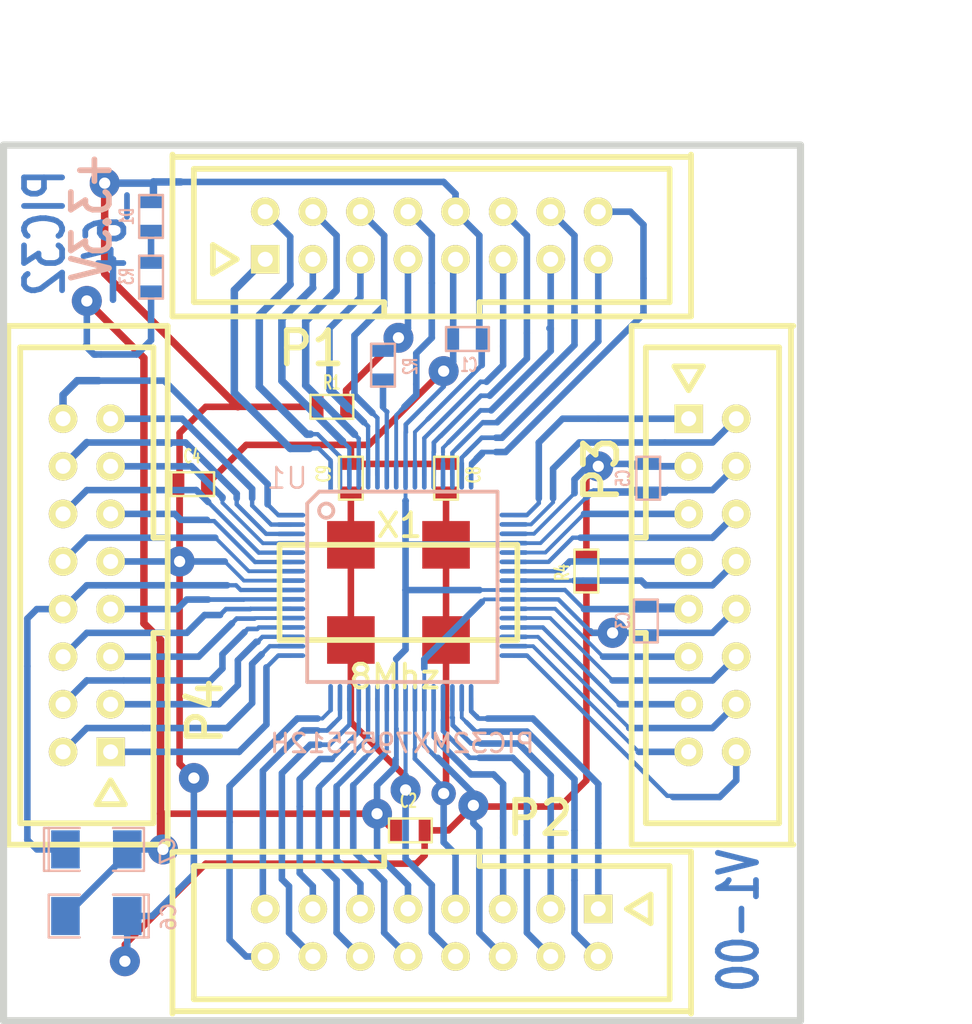
<source format=kicad_pcb>
(kicad_pcb (version 4) (host pcbnew 4.0.5+dfsg1-4)

  (general
    (links 100)
    (no_connects 0)
    (area 108.818679 38.1508 165.455602 92.011501)
    (thickness 1.6002)
    (drawings 13)
    (tracks 725)
    (zones 0)
    (modules 20)
    (nets 61)
  )

  (page A4)
  (title_block
    (title SO64)
    (date "9 jun 2012")
    (rev V1-00)
    (company "CYBERNETIQUE EN NORD")
    (comment 1 F4DEB)
  )

  (layers
    (0 Dessus signal)
    (31 Dessous signal)
    (32 B.Adhes user)
    (33 F.Adhes user)
    (34 B.Paste user)
    (35 F.Paste user)
    (36 B.SilkS user)
    (37 F.SilkS user)
    (38 B.Mask user)
    (39 F.Mask user)
    (40 Dwgs.User user)
    (41 Cmts.User user)
    (42 Eco1.User user)
    (43 Eco2.User user)
    (44 Edge.Cuts user)
  )

  (setup
    (last_trace_width 0.23114)
    (user_trace_width 0.2032)
    (user_trace_width 0.24892)
    (user_trace_width 0.29972)
    (user_trace_width 0.35052)
    (user_trace_width 0.39878)
    (trace_clearance 0.24892)
    (zone_clearance 0.8001)
    (zone_45_only no)
    (trace_min 0.2032)
    (segment_width 0.381)
    (edge_width 0.381)
    (via_size 1.6002)
    (via_drill 0.59944)
    (via_min_size 0.889)
    (via_min_drill 0.508)
    (uvia_size 0.508)
    (uvia_drill 0.127)
    (uvias_allowed no)
    (uvia_min_size 0.508)
    (uvia_min_drill 0.127)
    (pcb_text_width 0.3048)
    (pcb_text_size 1.524 2.032)
    (mod_edge_width 0.381)
    (mod_text_size 1.524 1.524)
    (mod_text_width 0.3048)
    (pad_size 1.524 1.524)
    (pad_drill 0.8128)
    (pad_to_mask_clearance 0.254)
    (aux_axis_origin 0 0)
    (grid_origin 168.148 63.881)
    (visible_elements 7FFFFF7F)
    (pcbplotparams
      (layerselection 0x010f0_80000001)
      (usegerberextensions true)
      (excludeedgelayer true)
      (linewidth 0.150000)
      (plotframeref false)
      (viasonmask false)
      (mode 1)
      (useauxorigin false)
      (hpglpennumber 1)
      (hpglpenspeed 20)
      (hpglpendiameter 15)
      (hpglpenoverlay 0)
      (psnegative false)
      (psa4output false)
      (plotreference true)
      (plotvalue true)
      (plotinvisibletext false)
      (padsonsilk false)
      (subtractmaskfromsilk false)
      (outputformat 1)
      (mirror false)
      (drillshape 0)
      (scaleselection 1)
      (outputdirectory ""))
  )

  (net 0 "")
  (net 1 +3.3V)
  (net 2 /1)
  (net 3 /11)
  (net 4 /12)
  (net 5 /13)
  (net 6 /14)
  (net 7 /15)
  (net 8 /16)
  (net 9 /17)
  (net 10 /18)
  (net 11 /19)
  (net 12 /2)
  (net 13 /21)
  (net 14 /22)
  (net 15 /23)
  (net 16 /24)
  (net 17 /27)
  (net 18 /28)
  (net 19 /29)
  (net 20 /3)
  (net 21 /30)
  (net 22 /31)
  (net 23 /32)
  (net 24 /33)
  (net 25 /34)
  (net 26 /35)
  (net 27 /36)
  (net 28 /37)
  (net 29 /39)
  (net 30 /4)
  (net 31 /40)
  (net 32 /42)
  (net 33 /43)
  (net 34 /44)
  (net 35 /45)
  (net 36 /46)
  (net 37 /47)
  (net 38 /48)
  (net 39 /49)
  (net 40 /5)
  (net 41 /50)
  (net 42 /51)
  (net 43 /52)
  (net 44 /53)
  (net 45 /54)
  (net 46 /55)
  (net 47 /56)
  (net 48 /58)
  (net 49 /59)
  (net 50 /6)
  (net 51 /60)
  (net 52 /61)
  (net 53 /62)
  (net 54 /63)
  (net 55 /64)
  (net 56 /7)
  (net 57 /8)
  (net 58 GND)
  (net 59 N-000056)
  (net 60 N-000060)

  (net_class Default "Ceci est la Netclass par défaut"
    (clearance 0.24892)
    (trace_width 0.23114)
    (via_dia 1.6002)
    (via_drill 0.59944)
    (uvia_dia 0.508)
    (uvia_drill 0.127)
    (add_net +3.3V)
    (add_net /1)
    (add_net /11)
    (add_net /12)
    (add_net /13)
    (add_net /14)
    (add_net /15)
    (add_net /16)
    (add_net /17)
    (add_net /18)
    (add_net /19)
    (add_net /2)
    (add_net /21)
    (add_net /22)
    (add_net /23)
    (add_net /24)
    (add_net /27)
    (add_net /28)
    (add_net /29)
    (add_net /3)
    (add_net /30)
    (add_net /31)
    (add_net /32)
    (add_net /33)
    (add_net /34)
    (add_net /35)
    (add_net /36)
    (add_net /37)
    (add_net /39)
    (add_net /4)
    (add_net /40)
    (add_net /42)
    (add_net /43)
    (add_net /44)
    (add_net /45)
    (add_net /46)
    (add_net /47)
    (add_net /48)
    (add_net /49)
    (add_net /5)
    (add_net /50)
    (add_net /51)
    (add_net /52)
    (add_net /53)
    (add_net /54)
    (add_net /55)
    (add_net /56)
    (add_net /58)
    (add_net /59)
    (add_net /6)
    (add_net /60)
    (add_net /61)
    (add_net /62)
    (add_net /63)
    (add_net /64)
    (add_net /7)
    (add_net /8)
    (add_net GND)
    (add_net N-000056)
    (add_net N-000060)
  )

  (module SM0603_Capa (layer Dessous) (tedit 5A4D3C62) (tstamp 4E7088A1)
    (at 143.51 62.865 270)
    (path /4E6BC2E0)
    (attr smd)
    (fp_text reference C5 (at 0 1.3462 270) (layer B.SilkS)
      (effects (font (size 0.7112 0.4572) (thickness 0.1143)) (justify mirror))
    )
    (fp_text value 100n (at 0 0 270) (layer B.SilkS) hide
      (effects (font (size 0.7112 0.4572) (thickness 0.1143)) (justify mirror))
    )
    (fp_line (start -1.143 0.635) (end 1.143 0.635) (layer B.SilkS) (width 0.127))
    (fp_line (start 1.143 0.635) (end 1.143 -0.635) (layer B.SilkS) (width 0.127))
    (fp_line (start 1.143 -0.635) (end -1.143 -0.635) (layer B.SilkS) (width 0.127))
    (fp_line (start -1.143 -0.635) (end -1.143 0.635) (layer B.SilkS) (width 0.127))
    (pad 1 smd rect (at -0.762 0 270) (size 0.635 1.143) (layers Dessous B.Paste B.Mask)
      (net 11 /19))
    (pad 2 smd rect (at 0.762 0 270) (size 0.635 1.143) (layers Dessous B.Paste B.Mask)
      (net 58 GND))
    (model smd\capacitors\C0603.wrl
      (at (xyz 0 0 0.001))
      (scale (xyz 0.5 0.5 0.5))
      (rotate (xyz 0 0 0))
    )
  )

  (module QTZ (layer Dessus) (tedit 5A4D3C35) (tstamp 4E708897)
    (at 130.175 68.961)
    (path /4E6FB4E0)
    (fp_text reference X1 (at 0.0508 -3.5814) (layer F.SilkS)
      (effects (font (size 1.27 1.27) (thickness 0.2032)))
    )
    (fp_text value 8Mhz (at -0.2032 4.4958) (layer F.SilkS)
      (effects (font (size 1.27 1.27) (thickness 0.2032)))
    )
    (fp_line (start -6.35 -2.54) (end 6.35 -2.54) (layer F.SilkS) (width 0.3048))
    (fp_line (start 6.35 -2.54) (end 6.35 2.54) (layer F.SilkS) (width 0.3048))
    (fp_line (start 6.35 2.54) (end -6.35 2.54) (layer F.SilkS) (width 0.3048))
    (fp_line (start -6.35 2.54) (end -6.35 -2.54) (layer F.SilkS) (width 0.3048))
    (pad 1 smd rect (at -2.54 -2.54) (size 2.54 2.54) (layers Dessus F.Paste F.Mask)
      (net 31 /40))
    (pad 2 smd rect (at 2.54 -2.54) (size 2.54 2.54) (layers Dessus F.Paste F.Mask)
      (net 29 /39))
    (pad 2 smd rect (at 2.54 2.54) (size 2.54 2.54) (layers Dessus F.Paste F.Mask)
      (net 29 /39))
    (pad 1 smd rect (at -2.54 2.54) (size 2.54 2.54) (layers Dessus F.Paste F.Mask)
      (net 31 /40))
    (model f4deb.3dshapes/Quartz-cms.wrl
      (at (xyz 0 0 0))
      (scale (xyz 1 1 1))
      (rotate (xyz 0 0 0))
    )
  )

  (module SM0603 (layer Dessous) (tedit 5A4D3C6F) (tstamp 4E708895)
    (at 116.967 48.895 270)
    (path /4E6BC2AC)
    (attr smd)
    (fp_text reference D1 (at 0 1.2954 270) (layer B.SilkS)
      (effects (font (size 0.7112 0.4572) (thickness 0.1143)) (justify mirror))
    )
    (fp_text value LED (at 0 0 270) (layer B.SilkS) hide
      (effects (font (size 0.7112 0.4572) (thickness 0.1143)) (justify mirror))
    )
    (fp_line (start -1.143 0.635) (end 1.143 0.635) (layer B.SilkS) (width 0.127))
    (fp_line (start 1.143 0.635) (end 1.143 -0.635) (layer B.SilkS) (width 0.127))
    (fp_line (start 1.143 -0.635) (end -1.143 -0.635) (layer B.SilkS) (width 0.127))
    (fp_line (start -1.143 -0.635) (end -1.143 0.635) (layer B.SilkS) (width 0.127))
    (pad 1 smd rect (at -0.762 0 270) (size 0.635 1.143) (layers Dessous B.Paste B.Mask)
      (net 1 +3.3V))
    (pad 2 smd rect (at 0.762 0 270) (size 0.635 1.143) (layers Dessous B.Paste B.Mask)
      (net 60 N-000060))
    (model LEDs.3dshapes/LED_0603.wrl
      (at (xyz 0 0 0.001))
      (scale (xyz 1 1 1))
      (rotate (xyz 0 0 0))
    )
  )

  (module SM0603_Capa (layer Dessus) (tedit 5A4D3C38) (tstamp 4E708893)
    (at 127.635 62.865 90)
    (path /4E6FB01D)
    (attr smd)
    (fp_text reference C9 (at 0.2286 -1.4478 90) (layer F.SilkS)
      (effects (font (size 0.7112 0.4572) (thickness 0.1143)))
    )
    (fp_text value 100n (at 0 0 90) (layer F.SilkS) hide
      (effects (font (size 0.7112 0.4572) (thickness 0.1143)))
    )
    (fp_line (start -1.143 -0.635) (end 1.143 -0.635) (layer F.SilkS) (width 0.127))
    (fp_line (start 1.143 -0.635) (end 1.143 0.635) (layer F.SilkS) (width 0.127))
    (fp_line (start 1.143 0.635) (end -1.143 0.635) (layer F.SilkS) (width 0.127))
    (fp_line (start -1.143 0.635) (end -1.143 -0.635) (layer F.SilkS) (width 0.127))
    (pad 1 smd rect (at -0.762 0 90) (size 0.635 1.143) (layers Dessus F.Paste F.Mask)
      (net 31 /40))
    (pad 2 smd rect (at 0.762 0 90) (size 0.635 1.143) (layers Dessus F.Paste F.Mask)
      (net 58 GND))
    (model smd\capacitors\C0603.wrl
      (at (xyz 0 0 0.001))
      (scale (xyz 0.5 0.5 0.5))
      (rotate (xyz 0 0 0))
    )
  )

  (module SM0603_Capa (layer Dessus) (tedit 5A4D3C3B) (tstamp 4E708891)
    (at 132.715 62.865 90)
    (path /4E6FB01F)
    (attr smd)
    (fp_text reference C8 (at 0.1778 1.4732 90) (layer F.SilkS)
      (effects (font (size 0.7112 0.4572) (thickness 0.1143)))
    )
    (fp_text value 100n (at 0 0 90) (layer F.SilkS) hide
      (effects (font (size 0.7112 0.4572) (thickness 0.1143)))
    )
    (fp_line (start -1.143 -0.635) (end 1.143 -0.635) (layer F.SilkS) (width 0.127))
    (fp_line (start 1.143 -0.635) (end 1.143 0.635) (layer F.SilkS) (width 0.127))
    (fp_line (start 1.143 0.635) (end -1.143 0.635) (layer F.SilkS) (width 0.127))
    (fp_line (start -1.143 0.635) (end -1.143 -0.635) (layer F.SilkS) (width 0.127))
    (pad 1 smd rect (at -0.762 0 90) (size 0.635 1.143) (layers Dessus F.Paste F.Mask)
      (net 29 /39))
    (pad 2 smd rect (at 0.762 0 90) (size 0.635 1.143) (layers Dessus F.Paste F.Mask)
      (net 58 GND))
    (model smd\capacitors\C0603.wrl
      (at (xyz 0 0 0.001))
      (scale (xyz 0.5 0.5 0.5))
      (rotate (xyz 0 0 0))
    )
  )

  (module SM0603_Capa (layer Dessus) (tedit 5A4D3C45) (tstamp 4E70888F)
    (at 119.1895 63.1825)
    (path /4E6BC2DA)
    (attr smd)
    (fp_text reference C4 (at -0.0381 -1.4859) (layer F.SilkS)
      (effects (font (size 0.7112 0.4572) (thickness 0.1143)))
    )
    (fp_text value 100n (at 0 0) (layer F.SilkS) hide
      (effects (font (size 0.7112 0.4572) (thickness 0.1143)))
    )
    (fp_line (start -1.143 -0.635) (end 1.143 -0.635) (layer F.SilkS) (width 0.127))
    (fp_line (start 1.143 -0.635) (end 1.143 0.635) (layer F.SilkS) (width 0.127))
    (fp_line (start 1.143 0.635) (end -1.143 0.635) (layer F.SilkS) (width 0.127))
    (fp_line (start -1.143 0.635) (end -1.143 -0.635) (layer F.SilkS) (width 0.127))
    (pad 1 smd rect (at -0.762 0) (size 0.635 1.143) (layers Dessus F.Paste F.Mask)
      (net 1 +3.3V))
    (pad 2 smd rect (at 0.762 0) (size 0.635 1.143) (layers Dessus F.Paste F.Mask)
      (net 58 GND))
    (model smd\capacitors\C0603.wrl
      (at (xyz 0 0 0.001))
      (scale (xyz 0.5 0.5 0.5))
      (rotate (xyz 0 0 0))
    )
  )

  (module SM0603_Capa (layer Dessous) (tedit 5A4D3C67) (tstamp 4E70888D)
    (at 143.383 70.485 90)
    (path /4E6BC2D7)
    (attr smd)
    (fp_text reference C3 (at 0.0254 -1.2192 90) (layer B.SilkS)
      (effects (font (size 0.7112 0.4572) (thickness 0.1143)) (justify mirror))
    )
    (fp_text value 100n (at 0 0 90) (layer B.SilkS) hide
      (effects (font (size 0.7112 0.4572) (thickness 0.1143)) (justify mirror))
    )
    (fp_line (start -1.143 0.635) (end 1.143 0.635) (layer B.SilkS) (width 0.127))
    (fp_line (start 1.143 0.635) (end 1.143 -0.635) (layer B.SilkS) (width 0.127))
    (fp_line (start 1.143 -0.635) (end -1.143 -0.635) (layer B.SilkS) (width 0.127))
    (fp_line (start -1.143 -0.635) (end -1.143 0.635) (layer B.SilkS) (width 0.127))
    (pad 1 smd rect (at -0.762 0 90) (size 0.635 1.143) (layers Dessous B.Paste B.Mask)
      (net 1 +3.3V))
    (pad 2 smd rect (at 0.762 0 90) (size 0.635 1.143) (layers Dessous B.Paste B.Mask)
      (net 58 GND))
    (model smd\capacitors\C0603.wrl
      (at (xyz 0 0 0.001))
      (scale (xyz 0.5 0.5 0.5))
      (rotate (xyz 0 0 0))
    )
  )

  (module SM0603_Capa (layer Dessus) (tedit 5A4D3C4F) (tstamp 4E70888B)
    (at 130.81 81.661 180)
    (path /4E6BC2D4)
    (attr smd)
    (fp_text reference C2 (at 0.1016 1.5748 180) (layer F.SilkS)
      (effects (font (size 0.7112 0.4572) (thickness 0.1143)))
    )
    (fp_text value 100n (at 0 0 180) (layer F.SilkS) hide
      (effects (font (size 0.7112 0.4572) (thickness 0.1143)))
    )
    (fp_line (start -1.143 -0.635) (end 1.143 -0.635) (layer F.SilkS) (width 0.127))
    (fp_line (start 1.143 -0.635) (end 1.143 0.635) (layer F.SilkS) (width 0.127))
    (fp_line (start 1.143 0.635) (end -1.143 0.635) (layer F.SilkS) (width 0.127))
    (fp_line (start -1.143 0.635) (end -1.143 -0.635) (layer F.SilkS) (width 0.127))
    (pad 1 smd rect (at -0.762 0 180) (size 0.635 1.143) (layers Dessus F.Paste F.Mask)
      (net 1 +3.3V))
    (pad 2 smd rect (at 0.762 0 180) (size 0.635 1.143) (layers Dessus F.Paste F.Mask)
      (net 58 GND))
    (model smd\capacitors\C0603.wrl
      (at (xyz 0 0 0.001))
      (scale (xyz 0.5 0.5 0.5))
      (rotate (xyz 0 0 0))
    )
  )

  (module SM0603_Capa (layer Dessous) (tedit 5A4D3C3E) (tstamp 4E708889)
    (at 133.858 55.4355 180)
    (path /4E6BC2D0)
    (attr smd)
    (fp_text reference C1 (at -0.0762 -1.3843 180) (layer B.SilkS)
      (effects (font (size 0.7112 0.4572) (thickness 0.1143)) (justify mirror))
    )
    (fp_text value 100n (at 0 0 180) (layer B.SilkS) hide
      (effects (font (size 0.7112 0.4572) (thickness 0.1143)) (justify mirror))
    )
    (fp_line (start -1.143 0.635) (end 1.143 0.635) (layer B.SilkS) (width 0.127))
    (fp_line (start 1.143 0.635) (end 1.143 -0.635) (layer B.SilkS) (width 0.127))
    (fp_line (start 1.143 -0.635) (end -1.143 -0.635) (layer B.SilkS) (width 0.127))
    (fp_line (start -1.143 -0.635) (end -1.143 0.635) (layer B.SilkS) (width 0.127))
    (pad 1 smd rect (at -0.762 0 180) (size 0.635 1.143) (layers Dessous B.Paste B.Mask)
      (net 1 +3.3V))
    (pad 2 smd rect (at 0.762 0 180) (size 0.635 1.143) (layers Dessous B.Paste B.Mask)
      (net 58 GND))
    (model smd\capacitors\C0603.wrl
      (at (xyz 0 0 0.001))
      (scale (xyz 0.5 0.5 0.5))
      (rotate (xyz 0 0 0))
    )
  )

  (module SM0603_Resistor (layer Dessous) (tedit 5A4D3C3C) (tstamp 4E708887)
    (at 129.3495 56.8325 90)
    (path /4E6BC603)
    (attr smd)
    (fp_text reference R2 (at -0.0635 1.4605 90) (layer B.SilkS)
      (effects (font (size 0.7112 0.4572) (thickness 0.1143)) (justify mirror))
    )
    (fp_text value 470 (at 0 0 90) (layer B.SilkS) hide
      (effects (font (size 0.7112 0.4572) (thickness 0.1143)) (justify mirror))
    )
    (fp_line (start -1.143 0.635) (end 1.143 0.635) (layer B.SilkS) (width 0.127))
    (fp_line (start 1.143 0.635) (end 1.143 -0.635) (layer B.SilkS) (width 0.127))
    (fp_line (start 1.143 -0.635) (end -1.143 -0.635) (layer B.SilkS) (width 0.127))
    (fp_line (start -1.143 -0.635) (end -1.143 0.635) (layer B.SilkS) (width 0.127))
    (pad 1 smd rect (at -0.762 0 90) (size 0.635 1.143) (layers Dessous B.Paste B.Mask)
      (net 59 N-000056))
    (pad 2 smd rect (at 0.762 0 90) (size 0.635 1.143) (layers Dessous B.Paste B.Mask)
      (net 56 /7))
    (model smd\resistors\R0603.wrl
      (at (xyz 0 0 0.001))
      (scale (xyz 0.5 0.5 0.5))
      (rotate (xyz 0 0 0))
    )
  )

  (module SM0603_Resistor (layer Dessus) (tedit 5A4D3C42) (tstamp 4E708885)
    (at 126.619 59.055 180)
    (path /4E6BC402)
    (attr smd)
    (fp_text reference R1 (at 0 1.2954 180) (layer F.SilkS)
      (effects (font (size 0.7112 0.4572) (thickness 0.1143)))
    )
    (fp_text value 10k (at 0 0 180) (layer F.SilkS) hide
      (effects (font (size 0.7112 0.4572) (thickness 0.1143)))
    )
    (fp_line (start -1.143 -0.635) (end 1.143 -0.635) (layer F.SilkS) (width 0.127))
    (fp_line (start 1.143 -0.635) (end 1.143 0.635) (layer F.SilkS) (width 0.127))
    (fp_line (start 1.143 0.635) (end -1.143 0.635) (layer F.SilkS) (width 0.127))
    (fp_line (start -1.143 0.635) (end -1.143 -0.635) (layer F.SilkS) (width 0.127))
    (pad 1 smd rect (at -0.762 0 180) (size 0.635 1.143) (layers Dessus F.Paste F.Mask)
      (net 56 /7))
    (pad 2 smd rect (at 0.762 0 180) (size 0.635 1.143) (layers Dessus F.Paste F.Mask)
      (net 1 +3.3V))
    (model smd\resistors\R0603.wrl
      (at (xyz 0 0 0.001))
      (scale (xyz 0.5 0.5 0.5))
      (rotate (xyz 0 0 0))
    )
  )

  (module SM0603_Resistor (layer Dessous) (tedit 5A4D3C72) (tstamp 4E708883)
    (at 116.967 52.1335 270)
    (path /4E6BC2A0)
    (attr smd)
    (fp_text reference R3 (at -0.0381 1.2954 270) (layer B.SilkS)
      (effects (font (size 0.7112 0.4572) (thickness 0.1143)) (justify mirror))
    )
    (fp_text value 1k (at 0 0 270) (layer B.SilkS) hide
      (effects (font (size 0.7112 0.4572) (thickness 0.1143)) (justify mirror))
    )
    (fp_line (start -1.143 0.635) (end 1.143 0.635) (layer B.SilkS) (width 0.127))
    (fp_line (start 1.143 0.635) (end 1.143 -0.635) (layer B.SilkS) (width 0.127))
    (fp_line (start 1.143 -0.635) (end -1.143 -0.635) (layer B.SilkS) (width 0.127))
    (fp_line (start -1.143 -0.635) (end -1.143 0.635) (layer B.SilkS) (width 0.127))
    (pad 1 smd rect (at -0.762 0 270) (size 0.635 1.143) (layers Dessous B.Paste B.Mask)
      (net 60 N-000060))
    (pad 2 smd rect (at 0.762 0 270) (size 0.635 1.143) (layers Dessous B.Paste B.Mask)
      (net 58 GND))
    (model smd\resistors\R0603.wrl
      (at (xyz 0 0 0.001))
      (scale (xyz 0.5 0.5 0.5))
      (rotate (xyz 0 0 0))
    )
  )

  (module SM0603_Resistor (layer Dessus) (tedit 5A4D3C53) (tstamp 4E708881)
    (at 140.208 67.818 90)
    (path /4E6BC2E9)
    (attr smd)
    (fp_text reference R4 (at -0.0762 -1.2954 90) (layer F.SilkS)
      (effects (font (size 0.7112 0.4572) (thickness 0.1143)))
    )
    (fp_text value 10 (at 0 0 90) (layer F.SilkS) hide
      (effects (font (size 0.7112 0.4572) (thickness 0.1143)))
    )
    (fp_line (start -1.143 -0.635) (end 1.143 -0.635) (layer F.SilkS) (width 0.127))
    (fp_line (start 1.143 -0.635) (end 1.143 0.635) (layer F.SilkS) (width 0.127))
    (fp_line (start 1.143 0.635) (end -1.143 0.635) (layer F.SilkS) (width 0.127))
    (fp_line (start -1.143 0.635) (end -1.143 -0.635) (layer F.SilkS) (width 0.127))
    (pad 1 smd rect (at -0.762 0 90) (size 0.635 1.143) (layers Dessus F.Paste F.Mask)
      (net 1 +3.3V))
    (pad 2 smd rect (at 0.762 0 90) (size 0.635 1.143) (layers Dessus F.Paste F.Mask)
      (net 11 /19))
    (model smd\resistors\R0603.wrl
      (at (xyz 0 0 0.001))
      (scale (xyz 0.5 0.5 0.5))
      (rotate (xyz 0 0 0))
    )
  )

  (module SM1206POL (layer Dessous) (tedit 5A4D3C4B) (tstamp 4E70887F)
    (at 114.046 82.677)
    (path /4E6BC694)
    (attr smd)
    (fp_text reference C7 (at 3.81 0.0762 90) (layer B.SilkS)
      (effects (font (size 0.762 0.762) (thickness 0.127)) (justify mirror))
    )
    (fp_text value 10u/10V (at 0 0) (layer B.SilkS) hide
      (effects (font (size 0.762 0.762) (thickness 0.127)) (justify mirror))
    )
    (fp_line (start -2.54 1.143) (end -2.794 1.143) (layer B.SilkS) (width 0.127))
    (fp_line (start -2.794 1.143) (end -2.794 -1.143) (layer B.SilkS) (width 0.127))
    (fp_line (start -2.794 -1.143) (end -2.54 -1.143) (layer B.SilkS) (width 0.127))
    (fp_line (start -2.54 1.143) (end -2.54 -1.143) (layer B.SilkS) (width 0.127))
    (fp_line (start -2.54 -1.143) (end -0.889 -1.143) (layer B.SilkS) (width 0.127))
    (fp_line (start 0.889 1.143) (end 2.54 1.143) (layer B.SilkS) (width 0.127))
    (fp_line (start 2.54 1.143) (end 2.54 -1.143) (layer B.SilkS) (width 0.127))
    (fp_line (start 2.54 -1.143) (end 0.889 -1.143) (layer B.SilkS) (width 0.127))
    (fp_line (start -0.889 1.143) (end -2.54 1.143) (layer B.SilkS) (width 0.127))
    (pad 1 smd rect (at -1.651 0) (size 1.524 2.032) (layers Dessous B.Paste B.Mask)
      (net 47 /56))
    (pad 2 smd rect (at 1.651 0) (size 1.524 2.032) (layers Dessous B.Paste B.Mask)
      (net 58 GND))
    (model smd/chip_cms_pol.wrl
      (at (xyz 0 0 0))
      (scale (xyz 0.17 0.16 0.16))
      (rotate (xyz 0 0 0))
    )
  )

  (module SM1206POL (layer Dessous) (tedit 5A4D3C49) (tstamp 4E70887D)
    (at 114.046 86.233 180)
    (path /4E6FB3DC)
    (attr smd)
    (fp_text reference C6 (at -3.8608 -0.0508 450) (layer B.SilkS)
      (effects (font (size 0.762 0.762) (thickness 0.127)) (justify mirror))
    )
    (fp_text value 10u/10V (at 0 0 180) (layer B.SilkS) hide
      (effects (font (size 0.762 0.762) (thickness 0.127)) (justify mirror))
    )
    (fp_line (start -2.54 1.143) (end -2.794 1.143) (layer B.SilkS) (width 0.127))
    (fp_line (start -2.794 1.143) (end -2.794 -1.143) (layer B.SilkS) (width 0.127))
    (fp_line (start -2.794 -1.143) (end -2.54 -1.143) (layer B.SilkS) (width 0.127))
    (fp_line (start -2.54 1.143) (end -2.54 -1.143) (layer B.SilkS) (width 0.127))
    (fp_line (start -2.54 -1.143) (end -0.889 -1.143) (layer B.SilkS) (width 0.127))
    (fp_line (start 0.889 1.143) (end 2.54 1.143) (layer B.SilkS) (width 0.127))
    (fp_line (start 2.54 1.143) (end 2.54 -1.143) (layer B.SilkS) (width 0.127))
    (fp_line (start 2.54 -1.143) (end 0.889 -1.143) (layer B.SilkS) (width 0.127))
    (fp_line (start -0.889 1.143) (end -2.54 1.143) (layer B.SilkS) (width 0.127))
    (pad 1 smd rect (at -1.651 0 180) (size 1.524 2.032) (layers Dessous B.Paste B.Mask)
      (net 1 +3.3V))
    (pad 2 smd rect (at 1.651 0 180) (size 1.524 2.032) (layers Dessous B.Paste B.Mask)
      (net 58 GND))
    (model smd/chip_cms_pol.wrl
      (at (xyz 0 0 0))
      (scale (xyz 0.17 0.16 0.16))
      (rotate (xyz 0 0 0))
    )
  )

  (module TQFP_64 (layer Dessous) (tedit 5A4D3C5B) (tstamp 4E70887B)
    (at 130.302 68.58)
    (tags "TQFP64 TQFP SMD IC")
    (path /4E706F39)
    (fp_text reference U1 (at -6.0706 -5.715) (layer B.SilkS)
      (effects (font (size 1.09982 1.09982) (thickness 0.127)) (justify mirror))
    )
    (fp_text value PIC32MX795F512H (at 0.0762 8.4328) (layer B.SilkS)
      (effects (font (size 1.00076 1.00076) (thickness 0.1524)) (justify mirror))
    )
    (fp_circle (center -3.98272 -3.98272) (end -3.98272 -3.60172) (layer B.SilkS) (width 0.2032))
    (fp_line (start 5.16128 5.16128) (end -4.99872 5.16128) (layer B.SilkS) (width 0.2032))
    (fp_line (start -4.99872 5.16128) (end -4.99872 -4.36372) (layer B.SilkS) (width 0.2032))
    (fp_line (start -4.99872 -4.36372) (end -4.36372 -4.99872) (layer B.SilkS) (width 0.2032))
    (fp_line (start -4.36372 -4.99872) (end 5.16128 -4.99872) (layer B.SilkS) (width 0.2032))
    (fp_line (start 5.16128 -4.99872) (end 5.16128 5.16128) (layer B.SilkS) (width 0.2032))
    (pad 1 smd rect (at -3.74904 -5.86994) (size 0.24892 1.524) (layers Dessous B.Paste B.Mask)
      (net 2 /1))
    (pad 2 smd oval (at -3.24866 -5.86994) (size 0.24892 1.524) (layers Dessous B.Paste B.Mask)
      (net 12 /2))
    (pad 3 smd oval (at -2.74828 -5.86994) (size 0.24892 1.524) (layers Dessous B.Paste B.Mask)
      (net 20 /3))
    (pad 4 smd oval (at -2.2479 -5.86994) (size 0.24892 1.524) (layers Dessous B.Paste B.Mask)
      (net 30 /4))
    (pad 5 smd oval (at -1.74752 -5.86994) (size 0.24892 1.524) (layers Dessous B.Paste B.Mask)
      (net 40 /5))
    (pad 6 smd oval (at -1.24968 -5.86994) (size 0.24892 1.524) (layers Dessous B.Paste B.Mask)
      (net 50 /6))
    (pad 7 smd oval (at -0.7493 -5.86994) (size 0.24892 1.524) (layers Dessous B.Paste B.Mask)
      (net 59 N-000056))
    (pad 8 smd oval (at -0.24892 -5.86994) (size 0.24892 1.524) (layers Dessous B.Paste B.Mask)
      (net 57 /8))
    (pad 9 smd oval (at 0.25146 -5.86994) (size 0.24892 1.524) (layers Dessous B.Paste B.Mask)
      (net 58 GND))
    (pad 10 smd oval (at 0.75184 -5.86994) (size 0.24892 1.524) (layers Dessous B.Paste B.Mask)
      (net 1 +3.3V))
    (pad 11 smd oval (at 1.25222 -5.86994) (size 0.24892 1.524) (layers Dessous B.Paste B.Mask)
      (net 3 /11))
    (pad 12 smd oval (at 1.75006 -5.86994) (size 0.24892 1.524) (layers Dessous B.Paste B.Mask)
      (net 4 /12))
    (pad 13 smd oval (at 2.25044 -5.86994) (size 0.24892 1.524) (layers Dessous B.Paste B.Mask)
      (net 5 /13))
    (pad 14 smd oval (at 2.75082 -5.86994) (size 0.24892 1.524) (layers Dessous B.Paste B.Mask)
      (net 6 /14))
    (pad 15 smd oval (at 3.2512 -5.86994) (size 0.24892 1.524) (layers Dessous B.Paste B.Mask)
      (net 7 /15))
    (pad 16 smd oval (at 3.75158 -5.86994) (size 0.24892 1.524) (layers Dessous B.Paste B.Mask)
      (net 8 /16))
    (pad 17 smd oval (at 6.0325 -3.74904) (size 1.524 0.24892) (layers Dessous B.Paste B.Mask)
      (net 9 /17))
    (pad 18 smd oval (at 6.0325 -3.24866) (size 1.524 0.24892) (layers Dessous B.Paste B.Mask)
      (net 10 /18))
    (pad 19 smd oval (at 6.0325 -2.74828) (size 1.524 0.24892) (layers Dessous B.Paste B.Mask)
      (net 11 /19))
    (pad 20 smd oval (at 6.0325 -2.2479) (size 1.524 0.24892) (layers Dessous B.Paste B.Mask)
      (net 58 GND))
    (pad 21 smd oval (at 6.0325 -1.74752) (size 1.524 0.24892) (layers Dessous B.Paste B.Mask)
      (net 13 /21))
    (pad 22 smd oval (at 6.0325 -1.24968) (size 1.524 0.24892) (layers Dessous B.Paste B.Mask)
      (net 14 /22))
    (pad 23 smd oval (at 6.0325 -0.7493) (size 1.524 0.24892) (layers Dessous B.Paste B.Mask)
      (net 15 /23))
    (pad 24 smd oval (at 6.0325 -0.24892) (size 1.524 0.24892) (layers Dessous B.Paste B.Mask)
      (net 16 /24))
    (pad 25 smd oval (at 6.0325 0.25146) (size 1.524 0.24892) (layers Dessous B.Paste B.Mask)
      (net 58 GND))
    (pad 26 smd oval (at 6.0325 0.75184) (size 1.524 0.24892) (layers Dessous B.Paste B.Mask)
      (net 1 +3.3V))
    (pad 27 smd oval (at 6.0325 1.25222) (size 1.524 0.24892) (layers Dessous B.Paste B.Mask)
      (net 17 /27))
    (pad 28 smd oval (at 6.0325 1.75006) (size 1.524 0.24892) (layers Dessous B.Paste B.Mask)
      (net 18 /28))
    (pad 29 smd oval (at 6.0325 2.25044) (size 1.524 0.24892) (layers Dessous B.Paste B.Mask)
      (net 19 /29))
    (pad 30 smd oval (at 6.0325 2.75082) (size 1.524 0.24892) (layers Dessous B.Paste B.Mask)
      (net 21 /30))
    (pad 31 smd oval (at 6.0325 3.2512) (size 1.524 0.24892) (layers Dessous B.Paste B.Mask)
      (net 22 /31))
    (pad 32 smd oval (at 6.0325 3.75158) (size 1.524 0.24892) (layers Dessous B.Paste B.Mask)
      (net 23 /32))
    (pad 33 smd oval (at 3.75158 6.0325) (size 0.24892 1.524) (layers Dessous B.Paste B.Mask)
      (net 24 /33))
    (pad 34 smd oval (at 3.2512 6.0325) (size 0.24892 1.524) (layers Dessous B.Paste B.Mask)
      (net 25 /34))
    (pad 35 smd oval (at 2.75082 6.0325) (size 0.24892 1.524) (layers Dessous B.Paste B.Mask)
      (net 26 /35))
    (pad 36 smd oval (at 2.25044 6.0325) (size 0.24892 1.524) (layers Dessous B.Paste B.Mask)
      (net 27 /36))
    (pad 37 smd oval (at 1.75006 6.0325) (size 0.24892 1.524) (layers Dessous B.Paste B.Mask)
      (net 28 /37))
    (pad 38 smd oval (at 1.25222 6.0325) (size 0.24892 1.524) (layers Dessous B.Paste B.Mask)
      (net 1 +3.3V))
    (pad 39 smd oval (at 0.75184 6.0325) (size 0.24892 1.524) (layers Dessous B.Paste B.Mask)
      (net 29 /39))
    (pad 40 smd oval (at 0.25146 6.0325) (size 0.24892 1.524) (layers Dessous B.Paste B.Mask)
      (net 31 /40))
    (pad 41 smd oval (at -0.24892 6.0325) (size 0.24892 1.524) (layers Dessous B.Paste B.Mask)
      (net 58 GND))
    (pad 42 smd oval (at -0.7493 6.0325) (size 0.24892 1.524) (layers Dessous B.Paste B.Mask)
      (net 32 /42))
    (pad 43 smd oval (at -1.24968 6.0325) (size 0.24892 1.524) (layers Dessous B.Paste B.Mask)
      (net 33 /43))
    (pad 44 smd oval (at -1.74752 6.0325) (size 0.24892 1.524) (layers Dessous B.Paste B.Mask)
      (net 34 /44))
    (pad 45 smd oval (at -2.2479 6.0325) (size 0.24892 1.524) (layers Dessous B.Paste B.Mask)
      (net 35 /45))
    (pad 46 smd oval (at -2.74828 6.0325) (size 0.24892 1.524) (layers Dessous B.Paste B.Mask)
      (net 36 /46))
    (pad 47 smd oval (at -3.24866 6.0325) (size 0.24892 1.524) (layers Dessous B.Paste B.Mask)
      (net 37 /47))
    (pad 48 smd oval (at -3.74904 6.0325) (size 0.24892 1.524) (layers Dessous B.Paste B.Mask)
      (net 38 /48))
    (pad 49 smd oval (at -5.86994 3.75158) (size 1.524 0.24892) (layers Dessous B.Paste B.Mask)
      (net 39 /49))
    (pad 50 smd oval (at -5.86994 3.2512) (size 1.524 0.24892) (layers Dessous B.Paste B.Mask)
      (net 41 /50))
    (pad 52 smd oval (at -5.86994 2.25044) (size 1.524 0.24892) (layers Dessous B.Paste B.Mask)
      (net 43 /52))
    (pad 51 smd oval (at -5.88772 2.75082) (size 1.524 0.24892) (layers Dessous B.Paste B.Mask)
      (net 42 /51))
    (pad 53 smd oval (at -5.86994 1.75006) (size 1.524 0.24892) (layers Dessous B.Paste B.Mask)
      (net 44 /53))
    (pad 54 smd oval (at -5.86994 1.25222) (size 1.524 0.24892) (layers Dessous B.Paste B.Mask)
      (net 45 /54))
    (pad 55 smd oval (at -5.86994 0.75184) (size 1.524 0.24892) (layers Dessous B.Paste B.Mask)
      (net 46 /55))
    (pad 56 smd oval (at -5.86994 0.25146) (size 1.524 0.24892) (layers Dessous B.Paste B.Mask)
      (net 47 /56))
    (pad 57 smd oval (at -5.86994 -0.24892) (size 1.524 0.24892) (layers Dessous B.Paste B.Mask)
      (net 1 +3.3V))
    (pad 58 smd oval (at -5.86994 -0.7493) (size 1.524 0.24892) (layers Dessous B.Paste B.Mask)
      (net 48 /58))
    (pad 59 smd oval (at -5.86994 -1.24206) (size 1.524 0.24892) (layers Dessous B.Paste B.Mask)
      (net 49 /59))
    (pad 60 smd oval (at -5.86994 -1.74244) (size 1.524 0.24892) (layers Dessous B.Paste B.Mask)
      (net 51 /60))
    (pad 61 smd oval (at -5.86994 -2.24282) (size 1.524 0.24892) (layers Dessous B.Paste B.Mask)
      (net 52 /61))
    (pad 62 smd oval (at -5.86994 -2.7432) (size 1.524 0.24892) (layers Dessous B.Paste B.Mask)
      (net 53 /62))
    (pad 63 smd oval (at -5.86994 -3.24104) (size 1.524 0.24892) (layers Dessous B.Paste B.Mask)
      (net 54 /63))
    (pad 64 smd oval (at -5.86994 -3.74142) (size 1.524 0.24892) (layers Dessous B.Paste B.Mask)
      (net 55 /64))
    (model smd/TQFP_64.wrl
      (at (xyz 0 0 0.001))
      (scale (xyz 0.3937 0.3937 0.3937))
      (rotate (xyz 0 0 0))
    )
  )

  (module he10-16d (layer Dessus) (tedit 5A4D3C20) (tstamp 4E70889F)
    (at 131.953 49.911)
    (descr "Connecteur HE10 16 contacts droit")
    (tags "CONN HE10")
    (path /4E7070D7)
    (fp_text reference P1 (at -6.4262 6.0198) (layer F.SilkS)
      (effects (font (size 1.778 1.778) (thickness 0.3048)))
    )
    (fp_text value CONN_8X2 (at 12.7 6.096) (layer F.SilkS) hide
      (effects (font (size 1.778 1.778) (thickness 0.3048)))
    )
    (fp_line (start 13.843 4.318) (end -13.843 4.318) (layer F.SilkS) (width 0.3048))
    (fp_line (start -13.843 -4.191) (end 13.716 -4.191) (layer F.SilkS) (width 0.3048))
    (fp_line (start -2.54 4.318) (end -2.54 3.556) (layer F.SilkS) (width 0.3048))
    (fp_line (start -2.54 3.556) (end -12.7 3.556) (layer F.SilkS) (width 0.3048))
    (fp_line (start -12.7 3.556) (end -12.7 -3.556) (layer F.SilkS) (width 0.3048))
    (fp_line (start -12.7 -3.556) (end 12.7 -3.556) (layer F.SilkS) (width 0.3048))
    (fp_line (start 12.7 -3.556) (end 12.7 3.556) (layer F.SilkS) (width 0.3048))
    (fp_line (start 12.7 3.556) (end 2.54 3.556) (layer F.SilkS) (width 0.3048))
    (fp_line (start 2.54 3.556) (end 2.54 4.318) (layer F.SilkS) (width 0.3048))
    (fp_line (start -13.843 4.318) (end -13.843 -4.318) (layer F.SilkS) (width 0.3048))
    (fp_line (start 13.843 -4.318) (end 13.843 4.318) (layer F.SilkS) (width 0.3048))
    (fp_line (start -10.414 1.27) (end -11.684 0.508) (layer F.SilkS) (width 0.3048))
    (fp_line (start -11.684 0.508) (end -11.684 2.032) (layer F.SilkS) (width 0.3048))
    (fp_line (start -11.684 2.032) (end -10.414 1.27) (layer F.SilkS) (width 0.3048))
    (pad 1 thru_hole rect (at -8.89 1.27) (size 1.524 1.524) (drill 0.8001) (layers *.Cu *.Mask F.SilkS)
      (net 2 /1))
    (pad 2 thru_hole circle (at -8.89 -1.27) (size 1.524 1.524) (drill 0.8001) (layers *.Cu *.Mask F.SilkS)
      (net 12 /2))
    (pad 3 thru_hole circle (at -6.35 1.27) (size 1.524 1.524) (drill 0.8001) (layers *.Cu *.Mask F.SilkS)
      (net 20 /3))
    (pad 4 thru_hole circle (at -6.35 -1.27) (size 1.524 1.524) (drill 0.8001) (layers *.Cu *.Mask F.SilkS)
      (net 30 /4))
    (pad 5 thru_hole circle (at -3.81 1.27) (size 1.524 1.524) (drill 0.8001) (layers *.Cu *.Mask F.SilkS)
      (net 40 /5))
    (pad 6 thru_hole circle (at -3.81 -1.27) (size 1.524 1.524) (drill 0.8001) (layers *.Cu *.Mask F.SilkS)
      (net 50 /6))
    (pad 7 thru_hole circle (at -1.27 1.27) (size 1.524 1.524) (drill 0.8001) (layers *.Cu *.Mask F.SilkS)
      (net 56 /7))
    (pad 8 thru_hole circle (at -1.27 -1.27) (size 1.524 1.524) (drill 0.8001) (layers *.Cu *.Mask F.SilkS)
      (net 57 /8))
    (pad 9 thru_hole circle (at 1.27 1.27) (size 1.524 1.524) (drill 0.8001) (layers *.Cu *.Mask F.SilkS)
      (net 58 GND))
    (pad 10 thru_hole circle (at 1.27 -1.27) (size 1.524 1.524) (drill 0.8001) (layers *.Cu *.Mask F.SilkS)
      (net 1 +3.3V))
    (pad 11 thru_hole circle (at 3.81 1.27) (size 1.524 1.524) (drill 0.8001) (layers *.Cu *.Mask F.SilkS)
      (net 3 /11))
    (pad 12 thru_hole circle (at 3.81 -1.27) (size 1.524 1.524) (drill 0.8001) (layers *.Cu *.Mask F.SilkS)
      (net 4 /12))
    (pad 13 thru_hole circle (at 6.35 1.27) (size 1.524 1.524) (drill 0.8001) (layers *.Cu *.Mask F.SilkS)
      (net 5 /13))
    (pad 14 thru_hole circle (at 6.35 -1.27) (size 1.524 1.524) (drill 0.8001) (layers *.Cu *.Mask F.SilkS)
      (net 6 /14))
    (pad 15 thru_hole circle (at 8.89 1.27) (size 1.524 1.524) (drill 0.8001) (layers *.Cu *.Mask F.SilkS)
      (net 7 /15))
    (pad 16 thru_hole circle (at 8.89 -1.27) (size 1.524 1.524) (drill 0.8001) (layers *.Cu *.Mask F.SilkS)
      (net 8 /16))
    (model conn_strip/vasch_strip_8x2.wrl
      (at (xyz 0 0 0))
      (scale (xyz 1 1 1))
      (rotate (xyz 0 0 0))
    )
  )

  (module he10-16d (layer Dessus) (tedit 5A4D3C23) (tstamp 4E70889D)
    (at 131.953 87.122 180)
    (descr "Connecteur HE10 16 contacts droit")
    (tags "CONN HE10")
    (path /4E7070E3)
    (fp_text reference P2 (at -5.7658 6.1214 180) (layer F.SilkS)
      (effects (font (size 1.778 1.778) (thickness 0.3048)))
    )
    (fp_text value CONN_8X2 (at 12.7 6.096 180) (layer F.SilkS) hide
      (effects (font (size 1.778 1.778) (thickness 0.3048)))
    )
    (fp_line (start 13.843 4.318) (end -13.843 4.318) (layer F.SilkS) (width 0.3048))
    (fp_line (start -13.843 -4.191) (end 13.716 -4.191) (layer F.SilkS) (width 0.3048))
    (fp_line (start -2.54 4.318) (end -2.54 3.556) (layer F.SilkS) (width 0.3048))
    (fp_line (start -2.54 3.556) (end -12.7 3.556) (layer F.SilkS) (width 0.3048))
    (fp_line (start -12.7 3.556) (end -12.7 -3.556) (layer F.SilkS) (width 0.3048))
    (fp_line (start -12.7 -3.556) (end 12.7 -3.556) (layer F.SilkS) (width 0.3048))
    (fp_line (start 12.7 -3.556) (end 12.7 3.556) (layer F.SilkS) (width 0.3048))
    (fp_line (start 12.7 3.556) (end 2.54 3.556) (layer F.SilkS) (width 0.3048))
    (fp_line (start 2.54 3.556) (end 2.54 4.318) (layer F.SilkS) (width 0.3048))
    (fp_line (start -13.843 4.318) (end -13.843 -4.318) (layer F.SilkS) (width 0.3048))
    (fp_line (start 13.843 -4.318) (end 13.843 4.318) (layer F.SilkS) (width 0.3048))
    (fp_line (start -10.414 1.27) (end -11.684 0.508) (layer F.SilkS) (width 0.3048))
    (fp_line (start -11.684 0.508) (end -11.684 2.032) (layer F.SilkS) (width 0.3048))
    (fp_line (start -11.684 2.032) (end -10.414 1.27) (layer F.SilkS) (width 0.3048))
    (pad 1 thru_hole rect (at -8.89 1.27 180) (size 1.524 1.524) (drill 0.8001) (layers *.Cu *.Mask F.SilkS)
      (net 24 /33))
    (pad 2 thru_hole circle (at -8.89 -1.27 180) (size 1.524 1.524) (drill 0.8001) (layers *.Cu *.Mask F.SilkS)
      (net 25 /34))
    (pad 3 thru_hole circle (at -6.35 1.27 180) (size 1.524 1.524) (drill 0.8001) (layers *.Cu *.Mask F.SilkS)
      (net 26 /35))
    (pad 4 thru_hole circle (at -6.35 -1.27 180) (size 1.524 1.524) (drill 0.8001) (layers *.Cu *.Mask F.SilkS)
      (net 27 /36))
    (pad 5 thru_hole circle (at -3.81 1.27 180) (size 1.524 1.524) (drill 0.8001) (layers *.Cu *.Mask F.SilkS)
      (net 28 /37))
    (pad 6 thru_hole circle (at -3.81 -1.27 180) (size 1.524 1.524) (drill 0.8001) (layers *.Cu *.Mask F.SilkS)
      (net 1 +3.3V))
    (pad 7 thru_hole circle (at -1.27 1.27 180) (size 1.524 1.524) (drill 0.8001) (layers *.Cu *.Mask F.SilkS)
      (net 29 /39))
    (pad 8 thru_hole circle (at -1.27 -1.27 180) (size 1.524 1.524) (drill 0.8001) (layers *.Cu *.Mask F.SilkS)
      (net 31 /40))
    (pad 9 thru_hole circle (at 1.27 1.27 180) (size 1.524 1.524) (drill 0.8001) (layers *.Cu *.Mask F.SilkS)
      (net 58 GND))
    (pad 10 thru_hole circle (at 1.27 -1.27 180) (size 1.524 1.524) (drill 0.8001) (layers *.Cu *.Mask F.SilkS)
      (net 32 /42))
    (pad 11 thru_hole circle (at 3.81 1.27 180) (size 1.524 1.524) (drill 0.8001) (layers *.Cu *.Mask F.SilkS)
      (net 33 /43))
    (pad 12 thru_hole circle (at 3.81 -1.27 180) (size 1.524 1.524) (drill 0.8001) (layers *.Cu *.Mask F.SilkS)
      (net 34 /44))
    (pad 13 thru_hole circle (at 6.35 1.27 180) (size 1.524 1.524) (drill 0.8001) (layers *.Cu *.Mask F.SilkS)
      (net 35 /45))
    (pad 14 thru_hole circle (at 6.35 -1.27 180) (size 1.524 1.524) (drill 0.8001) (layers *.Cu *.Mask F.SilkS)
      (net 36 /46))
    (pad 15 thru_hole circle (at 8.89 1.27 180) (size 1.524 1.524) (drill 0.8001) (layers *.Cu *.Mask F.SilkS)
      (net 37 /47))
    (pad 16 thru_hole circle (at 8.89 -1.27 180) (size 1.524 1.524) (drill 0.8001) (layers *.Cu *.Mask F.SilkS)
      (net 38 /48))
    (model conn_strip/vasch_strip_8x2.wrl
      (at (xyz 0 0 0))
      (scale (xyz 1 1 1))
      (rotate (xyz 0 0 0))
    )
  )

  (module he10-16d (layer Dessus) (tedit 5A4D3C1E) (tstamp 4E70889B)
    (at 146.939 68.58 270)
    (descr "Connecteur HE10 16 contacts droit")
    (tags "CONN HE10")
    (path /4E7070DC)
    (fp_text reference P3 (at -6.1722 5.9436 270) (layer F.SilkS)
      (effects (font (size 1.778 1.778) (thickness 0.3048)))
    )
    (fp_text value CONN_8X2 (at 12.7 6.096 270) (layer F.SilkS) hide
      (effects (font (size 1.778 1.778) (thickness 0.3048)))
    )
    (fp_line (start 13.843 4.318) (end -13.843 4.318) (layer F.SilkS) (width 0.3048))
    (fp_line (start -13.843 -4.191) (end 13.716 -4.191) (layer F.SilkS) (width 0.3048))
    (fp_line (start -2.54 4.318) (end -2.54 3.556) (layer F.SilkS) (width 0.3048))
    (fp_line (start -2.54 3.556) (end -12.7 3.556) (layer F.SilkS) (width 0.3048))
    (fp_line (start -12.7 3.556) (end -12.7 -3.556) (layer F.SilkS) (width 0.3048))
    (fp_line (start -12.7 -3.556) (end 12.7 -3.556) (layer F.SilkS) (width 0.3048))
    (fp_line (start 12.7 -3.556) (end 12.7 3.556) (layer F.SilkS) (width 0.3048))
    (fp_line (start 12.7 3.556) (end 2.54 3.556) (layer F.SilkS) (width 0.3048))
    (fp_line (start 2.54 3.556) (end 2.54 4.318) (layer F.SilkS) (width 0.3048))
    (fp_line (start -13.843 4.318) (end -13.843 -4.318) (layer F.SilkS) (width 0.3048))
    (fp_line (start 13.843 -4.318) (end 13.843 4.318) (layer F.SilkS) (width 0.3048))
    (fp_line (start -10.414 1.27) (end -11.684 0.508) (layer F.SilkS) (width 0.3048))
    (fp_line (start -11.684 0.508) (end -11.684 2.032) (layer F.SilkS) (width 0.3048))
    (fp_line (start -11.684 2.032) (end -10.414 1.27) (layer F.SilkS) (width 0.3048))
    (pad 1 thru_hole rect (at -8.89 1.27 270) (size 1.524 1.524) (drill 0.8001) (layers *.Cu *.Mask F.SilkS)
      (net 9 /17))
    (pad 2 thru_hole circle (at -8.89 -1.27 270) (size 1.524 1.524) (drill 0.8001) (layers *.Cu *.Mask F.SilkS)
      (net 10 /18))
    (pad 3 thru_hole circle (at -6.35 1.27 270) (size 1.524 1.524) (drill 0.8001) (layers *.Cu *.Mask F.SilkS)
      (net 11 /19))
    (pad 4 thru_hole circle (at -6.35 -1.27 270) (size 1.524 1.524) (drill 0.8001) (layers *.Cu *.Mask F.SilkS)
      (net 58 GND))
    (pad 5 thru_hole circle (at -3.81 1.27 270) (size 1.524 1.524) (drill 0.8001) (layers *.Cu *.Mask F.SilkS)
      (net 13 /21))
    (pad 6 thru_hole circle (at -3.81 -1.27 270) (size 1.524 1.524) (drill 0.8001) (layers *.Cu *.Mask F.SilkS)
      (net 14 /22))
    (pad 7 thru_hole circle (at -1.27 1.27 270) (size 1.524 1.524) (drill 0.8001) (layers *.Cu *.Mask F.SilkS)
      (net 15 /23))
    (pad 8 thru_hole circle (at -1.27 -1.27 270) (size 1.524 1.524) (drill 0.8001) (layers *.Cu *.Mask F.SilkS)
      (net 16 /24))
    (pad 9 thru_hole circle (at 1.27 1.27 270) (size 1.524 1.524) (drill 0.8001) (layers *.Cu *.Mask F.SilkS)
      (net 58 GND))
    (pad 10 thru_hole circle (at 1.27 -1.27 270) (size 1.524 1.524) (drill 0.8001) (layers *.Cu *.Mask F.SilkS)
      (net 1 +3.3V))
    (pad 11 thru_hole circle (at 3.81 1.27 270) (size 1.524 1.524) (drill 0.8001) (layers *.Cu *.Mask F.SilkS)
      (net 17 /27))
    (pad 12 thru_hole circle (at 3.81 -1.27 270) (size 1.524 1.524) (drill 0.8001) (layers *.Cu *.Mask F.SilkS)
      (net 18 /28))
    (pad 13 thru_hole circle (at 6.35 1.27 270) (size 1.524 1.524) (drill 0.8001) (layers *.Cu *.Mask F.SilkS)
      (net 19 /29))
    (pad 14 thru_hole circle (at 6.35 -1.27 270) (size 1.524 1.524) (drill 0.8001) (layers *.Cu *.Mask F.SilkS)
      (net 21 /30))
    (pad 15 thru_hole circle (at 8.89 1.27 270) (size 1.524 1.524) (drill 0.8001) (layers *.Cu *.Mask F.SilkS)
      (net 22 /31))
    (pad 16 thru_hole circle (at 8.89 -1.27 270) (size 1.524 1.524) (drill 0.8001) (layers *.Cu *.Mask F.SilkS)
      (net 23 /32))
    (model conn_strip/vasch_strip_8x2.wrl
      (at (xyz 0 0 0))
      (scale (xyz 1 1 1))
      (rotate (xyz 0 0 0))
    )
  )

  (module he10-16d (layer Dessus) (tedit 5A4D3C22) (tstamp 4E708899)
    (at 113.538 68.58 90)
    (descr "Connecteur HE10 16 contacts droit")
    (tags "CONN HE10")
    (path /4E7070E5)
    (fp_text reference P4 (at -6.731 6.2992 90) (layer F.SilkS)
      (effects (font (size 1.778 1.778) (thickness 0.3048)))
    )
    (fp_text value CONN_8X2 (at 12.7 6.096 90) (layer F.SilkS) hide
      (effects (font (size 1.778 1.778) (thickness 0.3048)))
    )
    (fp_line (start 13.843 4.318) (end -13.843 4.318) (layer F.SilkS) (width 0.3048))
    (fp_line (start -13.843 -4.191) (end 13.716 -4.191) (layer F.SilkS) (width 0.3048))
    (fp_line (start -2.54 4.318) (end -2.54 3.556) (layer F.SilkS) (width 0.3048))
    (fp_line (start -2.54 3.556) (end -12.7 3.556) (layer F.SilkS) (width 0.3048))
    (fp_line (start -12.7 3.556) (end -12.7 -3.556) (layer F.SilkS) (width 0.3048))
    (fp_line (start -12.7 -3.556) (end 12.7 -3.556) (layer F.SilkS) (width 0.3048))
    (fp_line (start 12.7 -3.556) (end 12.7 3.556) (layer F.SilkS) (width 0.3048))
    (fp_line (start 12.7 3.556) (end 2.54 3.556) (layer F.SilkS) (width 0.3048))
    (fp_line (start 2.54 3.556) (end 2.54 4.318) (layer F.SilkS) (width 0.3048))
    (fp_line (start -13.843 4.318) (end -13.843 -4.318) (layer F.SilkS) (width 0.3048))
    (fp_line (start 13.843 -4.318) (end 13.843 4.318) (layer F.SilkS) (width 0.3048))
    (fp_line (start -10.414 1.27) (end -11.684 0.508) (layer F.SilkS) (width 0.3048))
    (fp_line (start -11.684 0.508) (end -11.684 2.032) (layer F.SilkS) (width 0.3048))
    (fp_line (start -11.684 2.032) (end -10.414 1.27) (layer F.SilkS) (width 0.3048))
    (pad 1 thru_hole rect (at -8.89 1.27 90) (size 1.524 1.524) (drill 0.8001) (layers *.Cu *.Mask F.SilkS)
      (net 39 /49))
    (pad 2 thru_hole circle (at -8.89 -1.27 90) (size 1.524 1.524) (drill 0.8001) (layers *.Cu *.Mask F.SilkS)
      (net 41 /50))
    (pad 3 thru_hole circle (at -6.35 1.27 90) (size 1.524 1.524) (drill 0.8001) (layers *.Cu *.Mask F.SilkS)
      (net 42 /51))
    (pad 4 thru_hole circle (at -6.35 -1.27 90) (size 1.524 1.524) (drill 0.8001) (layers *.Cu *.Mask F.SilkS)
      (net 43 /52))
    (pad 5 thru_hole circle (at -3.81 1.27 90) (size 1.524 1.524) (drill 0.8001) (layers *.Cu *.Mask F.SilkS)
      (net 44 /53))
    (pad 6 thru_hole circle (at -3.81 -1.27 90) (size 1.524 1.524) (drill 0.8001) (layers *.Cu *.Mask F.SilkS)
      (net 45 /54))
    (pad 7 thru_hole circle (at -1.27 1.27 90) (size 1.524 1.524) (drill 0.8001) (layers *.Cu *.Mask F.SilkS)
      (net 46 /55))
    (pad 8 thru_hole circle (at -1.27 -1.27 90) (size 1.524 1.524) (drill 0.8001) (layers *.Cu *.Mask F.SilkS)
      (net 47 /56))
    (pad 9 thru_hole circle (at 1.27 1.27 90) (size 1.524 1.524) (drill 0.8001) (layers *.Cu *.Mask F.SilkS)
      (net 1 +3.3V))
    (pad 10 thru_hole circle (at 1.27 -1.27 90) (size 1.524 1.524) (drill 0.8001) (layers *.Cu *.Mask F.SilkS)
      (net 48 /58))
    (pad 11 thru_hole circle (at 3.81 1.27 90) (size 1.524 1.524) (drill 0.8001) (layers *.Cu *.Mask F.SilkS)
      (net 49 /59))
    (pad 12 thru_hole circle (at 3.81 -1.27 90) (size 1.524 1.524) (drill 0.8001) (layers *.Cu *.Mask F.SilkS)
      (net 51 /60))
    (pad 13 thru_hole circle (at 6.35 1.27 90) (size 1.524 1.524) (drill 0.8001) (layers *.Cu *.Mask F.SilkS)
      (net 52 /61))
    (pad 14 thru_hole circle (at 6.35 -1.27 90) (size 1.524 1.524) (drill 0.8001) (layers *.Cu *.Mask F.SilkS)
      (net 53 /62))
    (pad 15 thru_hole circle (at 8.89 1.27 90) (size 1.524 1.524) (drill 0.8001) (layers *.Cu *.Mask F.SilkS)
      (net 54 /63))
    (pad 16 thru_hole circle (at 8.89 -1.27 90) (size 1.524 1.524) (drill 0.8001) (layers *.Cu *.Mask F.SilkS)
      (net 55 /64))
    (model conn_strip/vasch_strip_8x2.wrl
      (at (xyz 0 0 0))
      (scale (xyz 1 1 1))
      (rotate (xyz 0 0 0))
    )
  )

  (dimension 46.736 (width 0.3048) (layer Dwgs.User)
    (gr_text "46,736 mm" (at 158.8516 68.453 270) (layer Dwgs.User)
      (effects (font (size 2.032 1.524) (thickness 0.3048)))
    )
    (feature1 (pts (xy 154.559 91.821) (xy 160.4772 91.821)))
    (feature2 (pts (xy 154.559 45.085) (xy 160.4772 45.085)))
    (crossbar (pts (xy 157.226 45.085) (xy 157.226 91.821)))
    (arrow1a (pts (xy 157.226 91.821) (xy 156.639579 90.694496)))
    (arrow1b (pts (xy 157.226 91.821) (xy 157.812421 90.694496)))
    (arrow2a (pts (xy 157.226 45.085) (xy 156.639579 46.211504)))
    (arrow2b (pts (xy 157.226 45.085) (xy 157.812421 46.211504)))
  )
  (dimension 42.545 (width 0.3048) (layer Dwgs.User)
    (gr_text "42,545 mm" (at 130.3655 39.7764) (layer Dwgs.User)
      (effects (font (size 2.032 1.524) (thickness 0.3048)))
    )
    (feature1 (pts (xy 151.638 42.926) (xy 151.638 38.1508)))
    (feature2 (pts (xy 109.093 42.926) (xy 109.093 38.1508)))
    (crossbar (pts (xy 109.093 41.402) (xy 151.638 41.402)))
    (arrow1a (pts (xy 151.638 41.402) (xy 150.511496 41.988421)))
    (arrow1b (pts (xy 151.638 41.402) (xy 150.511496 40.815579)))
    (arrow2a (pts (xy 109.093 41.402) (xy 110.219504 41.988421)))
    (arrow2b (pts (xy 109.093 41.402) (xy 110.219504 40.815579)))
  )
  (gr_text +3.3V (at 113.792 48.895 90) (layer B.SilkS)
    (effects (font (size 2.032 1.524) (thickness 0.3048)) (justify mirror))
  )
  (gr_line (start 109.093 45.085) (end 109.22 45.085) (angle 90) (layer Edge.Cuts) (width 0.381))
  (gr_line (start 109.093 91.821) (end 109.093 45.085) (angle 90) (layer Edge.Cuts) (width 0.381))
  (gr_line (start 109.22 91.821) (end 109.093 91.821) (angle 90) (layer Edge.Cuts) (width 0.381))
  (gr_line (start 151.638 91.821) (end 109.22 91.821) (angle 90) (layer Edge.Cuts) (width 0.381))
  (gr_line (start 151.638 91.694) (end 151.638 91.821) (angle 90) (layer Edge.Cuts) (width 0.381))
  (gr_line (start 151.638 45.085) (end 151.638 91.694) (angle 90) (layer Edge.Cuts) (width 0.381))
  (gr_line (start 151.511 45.085) (end 151.638 45.085) (angle 90) (layer Edge.Cuts) (width 0.381))
  (gr_line (start 109.22 45.085) (end 151.511 45.085) (angle 90) (layer Edge.Cuts) (width 0.381))
  (gr_text "PIC32\n_64" (at 112.9284 49.784 90) (layer Dessous)
    (effects (font (size 2.032 1.524) (thickness 0.3048)) (justify mirror))
  )
  (gr_text V1-00 (at 148.336 86.487 90) (layer Dessous)
    (effects (font (size 2.032 1.524) (thickness 0.3048)) (justify mirror))
  )

  (segment (start 114.935 53.34) (end 114.935 51.181) (width 0.35052) (layer Dessous) (net 0))
  (segment (start 131.55422 77.13472) (end 132.2705 77.851) (width 0.24892) (layer Dessous) (net 1))
  (segment (start 145.034 71.12) (end 146.939 71.12) (width 0.35052) (layer Dessous) (net 1))
  (segment (start 115.697 88.519) (end 115.697 86.233) (width 0.35052) (layer Dessous) (net 1))
  (segment (start 119.888 83.439) (end 115.57 87.757) (width 0.35052) (layer Dessus) (net 1))
  (segment (start 131.572 82.9945) (end 131.1275 83.439) (width 0.35052) (layer Dessus) (net 1))
  (segment (start 119.253 84.0105) (end 119.253 78.867) (width 0.35052) (layer Dessous) (net 1))
  (segment (start 131.55422 74.6125) (end 131.55422 76.835) (width 0.2032) (layer Dessous) (net 1))
  (via (at 115.57 88.646) (size 1.6002) (layers Dessus Dessous) (net 1))
  (segment (start 117.094 48.006) (end 116.967 48.133) (width 0.39878) (layer Dessous) (net 1))
  (segment (start 138.811 80.391) (end 134.1755 80.391) (width 0.35052) (layer Dessus) (net 1))
  (segment (start 117.0305 86.233) (end 119.253 84.0105) (width 0.35052) (layer Dessous) (net 1))
  (segment (start 121.6025 59.055) (end 114.4905 51.943) (width 0.39878) (layer Dessus) (net 1))
  (segment (start 131.572 81.661) (end 131.572 82.9945) (width 0.35052) (layer Dessus) (net 1))
  (segment (start 134.493 87.122) (end 135.763 88.392) (width 0.35052) (layer Dessous) (net 1))
  (segment (start 145.034 71.12) (end 143.51 71.12) (width 0.35052) (layer Dessous) (net 1))
  (segment (start 118.5545 47.0535) (end 117.094 47.0535) (width 0.39878) (layer Dessous) (net 1))
  (segment (start 118.491 78.105) (end 119.253 78.867) (width 0.35052) (layer Dessus) (net 1))
  (segment (start 118.491 67.31) (end 118.491 78.105) (width 0.35052) (layer Dessus) (net 1))
  (segment (start 140.208 71.12) (end 140.208 78.994) (width 0.35052) (layer Dessus) (net 1))
  (segment (start 140.4493 70.9803) (end 140.589 71.12) (width 0.2032) (layer Dessous) (net 1))
  (segment (start 134.1755 80.3275) (end 134.1755 80.391) (width 0.35052) (layer Dessus) (net 1))
  (segment (start 119.888 59.055) (end 120.269 59.055) (width 0.35052) (layer Dessus) (net 1))
  (segment (start 115.57 87.757) (end 115.57 88.646) (width 0.35052) (layer Dessus) (net 1))
  (segment (start 120.269 59.055) (end 121.6025 59.055) (width 0.35052) (layer Dessus) (net 1))
  (segment (start 118.491 63.246) (end 118.491 67.31) (width 0.35052) (layer Dessus) (net 1))
  (segment (start 118.4275 63.1825) (end 118.491 63.246) (width 0.35052) (layer Dessus) (net 1))
  (segment (start 140.208 78.994) (end 138.811 80.391) (width 0.35052) (layer Dessus) (net 1))
  (segment (start 134.1755 81.28) (end 134.493 81.5975) (width 0.35052) (layer Dessous) (net 1))
  (segment (start 134.493 81.5975) (end 134.493 87.122) (width 0.35052) (layer Dessous) (net 1))
  (segment (start 117.094 47.0535) (end 117.094 48.006) (width 0.39878) (layer Dessous) (net 1))
  (segment (start 115.697 86.233) (end 117.0305 86.233) (width 0.35052) (layer Dessous) (net 1))
  (segment (start 115.57 88.646) (end 115.697 88.519) (width 0.35052) (layer Dessous) (net 1))
  (segment (start 131.55422 73.025) (end 131.55422 72.53478) (width 0.35052) (layer Dessous) (net 1))
  (via (at 134.1755 80.3275) (size 1.6002) (layers Dessus Dessous) (net 1))
  (segment (start 133.223 47.6885) (end 132.588 47.0535) (width 0.35052) (layer Dessous) (net 1))
  (segment (start 140.208 71.12) (end 141.605 71.12) (width 0.35052) (layer Dessus) (net 1))
  (segment (start 133.223 48.641) (end 133.223 47.6885) (width 0.35052) (layer Dessous) (net 1))
  (segment (start 132.588 47.0535) (end 118.5545 47.0535) (width 0.35052) (layer Dessous) (net 1))
  (segment (start 140.589 71.12) (end 141.605 71.12) (width 0.35052) (layer Dessous) (net 1))
  (segment (start 131.572 81.661) (end 132.842 81.661) (width 0.35052) (layer Dessus) (net 1))
  (segment (start 132.842 81.661) (end 134.1755 80.3275) (width 0.35052) (layer Dessus) (net 1))
  (segment (start 142.748 71.12) (end 142.621 71.247) (width 0.35052) (layer Dessous) (net 1))
  (segment (start 118.491 67.31) (end 118.491 60.452) (width 0.35052) (layer Dessus) (net 1))
  (via (at 118.491 67.31) (size 1.6002) (layers Dessus Dessous) (net 1))
  (segment (start 121.6025 59.055) (end 125.857 59.055) (width 0.35052) (layer Dessus) (net 1))
  (segment (start 131.55422 72.53478) (end 134.62 69.469) (width 0.35052) (layer Dessous) (net 1))
  (segment (start 133.223 48.641) (end 134.493 49.911) (width 0.35052) (layer Dessous) (net 1))
  (segment (start 141.605 71.12) (end 144.399 71.12) (width 0.35052) (layer Dessous) (net 1))
  (segment (start 131.73202 59.72048) (end 134.62 56.8325) (width 0.24892) (layer Dessous) (net 1))
  (segment (start 134.1755 79.6925) (end 132.2705 77.7875) (width 0.35052) (layer Dessous) (net 1))
  (via (at 114.4905 47.117) (size 1.6002) (layers Dessus Dessous) (net 1))
  (via (at 119.253 78.867) (size 1.6002) (layers Dessus Dessous) (net 1))
  (segment (start 118.491 60.452) (end 119.888 59.055) (width 0.35052) (layer Dessus) (net 1))
  (segment (start 131.05384 60.39866) (end 131.73202 59.72048) (width 0.2032) (layer Dessous) (net 1))
  (segment (start 138.71194 69.33184) (end 140.4493 71.0692) (width 0.23114) (layer Dessous) (net 1))
  (segment (start 140.4493 71.0692) (end 140.4493 70.9803) (width 0.23114) (layer Dessous) (net 1))
  (segment (start 136.3345 69.33184) (end 138.71194 69.33184) (width 0.23114) (layer Dessous) (net 1))
  (segment (start 131.55422 73.025) (end 131.55422 74.6125) (width 0.2032) (layer Dessous) (net 1))
  (segment (start 134.1755 80.3275) (end 134.1755 79.6925) (width 0.35052) (layer Dessous) (net 1))
  (segment (start 132.2705 77.851) (end 132.2705 77.7875) (width 0.24892) (layer Dessous) (net 1))
  (segment (start 131.1275 83.439) (end 119.888 83.439) (width 0.35052) (layer Dessus) (net 1))
  (segment (start 131.55422 76.835) (end 131.55422 77.13472) (width 0.24892) (layer Dessous) (net 1))
  (segment (start 144.399 71.12) (end 145.034 71.12) (width 0.35052) (layer Dessous) (net 1))
  (segment (start 136.3345 69.33184) (end 134.75716 69.33184) (width 0.2032) (layer Dessous) (net 1))
  (segment (start 146.939 71.12) (end 148.209 69.85) (width 0.35052) (layer Dessous) (net 1))
  (segment (start 114.4905 47.117) (end 117.0305 47.117) (width 0.39878) (layer Dessous) (net 1))
  (segment (start 144.399 71.12) (end 142.748 71.12) (width 0.35052) (layer Dessous) (net 1))
  (segment (start 134.75716 69.33184) (end 134.62 69.469) (width 0.2032) (layer Dessous) (net 1))
  (segment (start 120.904 67.31) (end 118.491 67.31) (width 0.35052) (layer Dessous) (net 1))
  (segment (start 117.0305 47.117) (end 117.094 47.0535) (width 0.39878) (layer Dessous) (net 1))
  (segment (start 134.493 55.3085) (end 134.62 55.4355) (width 0.35052) (layer Dessous) (net 1))
  (segment (start 118.491 67.31) (end 114.808 67.31) (width 0.35052) (layer Dessous) (net 1))
  (segment (start 134.1755 80.3275) (end 134.1755 81.28) (width 0.35052) (layer Dessous) (net 1))
  (via (at 141.605 71.12) (size 1.6002) (layers Dessus Dessous) (net 1))
  (segment (start 140.208 68.58) (end 140.208 71.12) (width 0.35052) (layer Dessus) (net 1))
  (segment (start 134.62 56.8325) (end 134.62 55.4355) (width 0.35052) (layer Dessous) (net 1))
  (segment (start 114.4905 51.943) (end 114.4905 47.117) (width 0.39878) (layer Dessus) (net 1))
  (segment (start 134.493 49.911) (end 134.493 55.3085) (width 0.35052) (layer Dessous) (net 1))
  (segment (start 121.92508 68.33108) (end 120.904 67.31) (width 0.2032) (layer Dessous) (net 1))
  (segment (start 143.51 71.12) (end 143.383 71.247) (width 0.35052) (layer Dessous) (net 1))
  (segment (start 124.43206 68.33108) (end 121.92508 68.33108) (width 0.2032) (layer Dessous) (net 1))
  (segment (start 131.05384 62.71006) (end 131.05384 60.39866) (width 0.2032) (layer Dessous) (net 1))
  (segment (start 121.412 58.293) (end 121.412 52.832) (width 0.39878) (layer Dessous) (net 2))
  (segment (start 125.4125 61.2775) (end 125.9205 61.2775) (width 0.23114) (layer Dessous) (net 2))
  (segment (start 121.412 52.832) (end 123.063 51.181) (width 0.39878) (layer Dessous) (net 2))
  (segment (start 126.55296 61.90996) (end 126.55296 62.71006) (width 0.23114) (layer Dessous) (net 2))
  (segment (start 121.412 56.1975) (end 121.412 58.293) (width 0.35052) (layer Dessous) (net 2))
  (segment (start 124.3965 61.2775) (end 121.412 58.293) (width 0.39878) (layer Dessous) (net 2))
  (segment (start 121.412 58.293) (end 124.3965 61.2775) (width 0.35052) (layer Dessous) (net 2))
  (segment (start 121.412 56.1975) (end 121.412 53.213) (width 0.35052) (layer Dessous) (net 2))
  (segment (start 125.4125 61.2775) (end 124.3965 61.2775) (width 0.39878) (layer Dessous) (net 2))
  (segment (start 125.9205 61.2775) (end 126.55296 61.90996) (width 0.23114) (layer Dessous) (net 2))
  (segment (start 121.412 52.832) (end 123.063 51.181) (width 0.35052) (layer Dessous) (net 2))
  (segment (start 121.412 56.1975) (end 121.412 52.832) (width 0.35052) (layer Dessous) (net 2))
  (segment (start 131.55422 60.72378) (end 131.98602 60.29198) (width 0.2032) (layer Dessous) (net 3))
  (segment (start 131.55422 60.72378) (end 131.98602 60.29198) (width 0.23114) (layer Dessous) (net 3))
  (segment (start 135.763 55.8165) (end 135.763 56.8325) (width 0.35052) (layer Dessous) (net 3))
  (segment (start 131.55422 62.71006) (end 131.55422 60.72378) (width 0.2032) (layer Dessous) (net 3))
  (segment (start 134.5565 57.7215) (end 134.874 57.7215) (width 0.24892) (layer Dessous) (net 3))
  (segment (start 135.763 56.8325) (end 134.874 57.7215) (width 0.35052) (layer Dessous) (net 3))
  (segment (start 135.763 55.8165) (end 135.763 51.181) (width 0.35052) (layer Dessous) (net 3))
  (segment (start 134.5565 57.7215) (end 131.98602 60.29198) (width 0.24892) (layer Dessous) (net 3))
  (segment (start 131.55422 62.71006) (end 131.55422 60.72378) (width 0.23114) (layer Dessous) (net 3))
  (segment (start 137.033 56.4769) (end 135.04672 58.46318) (width 0.35052) (layer Dessous) (net 4))
  (segment (start 132.0673 60.96) (end 132.0673 61.468) (width 0.24892) (layer Dessous) (net 4))
  (segment (start 137.033 55.118) (end 137.033 56.4769) (width 0.35052) (layer Dessous) (net 4))
  (segment (start 137.033 49.911) (end 135.763 48.641) (width 0.35052) (layer Dessous) (net 4))
  (segment (start 132.05206 62.71006) (end 132.05206 61.48324) (width 0.23114) (layer Dessous) (net 4))
  (segment (start 132.41782 60.60948) (end 132.0673 60.96) (width 0.24892) (layer Dessous) (net 4))
  (segment (start 132.05206 61.48324) (end 132.0673 61.468) (width 0.23114) (layer Dessous) (net 4))
  (segment (start 134.57682 58.46318) (end 132.43052 60.60948) (width 0.24892) (layer Dessous) (net 4))
  (segment (start 137.033 55.118) (end 137.033 49.911) (width 0.35052) (layer Dessous) (net 4))
  (segment (start 132.43052 60.60948) (end 132.41782 60.60948) (width 0.24892) (layer Dessous) (net 4))
  (segment (start 135.04672 58.46318) (end 135.001 58.46318) (width 0.24892) (layer Dessous) (net 4))
  (segment (start 135.001 58.46318) (end 134.57682 58.46318) (width 0.24892) (layer Dessous) (net 4))
  (segment (start 134.57682 58.46318) (end 132.43052 60.60948) (width 0.24892) (layer Dessous) (net 4))
  (segment (start 132.55244 62.71006) (end 132.55244 61.468) (width 0.2032) (layer Dessous) (net 5))
  (segment (start 132.55244 61.468) (end 132.55244 61.24956) (width 0.2032) (layer Dessous) (net 5))
  (segment (start 135.128 59.2455) (end 134.5565 59.2455) (width 0.24892) (layer Dessous) (net 5))
  (segment (start 134.5565 59.2455) (end 132.842 60.96) (width 0.24892) (layer Dessous) (net 5))
  (segment (start 135.128 59.2455) (end 138.303 56.0705) (width 0.35052) (layer Dessous) (net 5))
  (segment (start 132.55244 61.24956) (end 132.842 60.96) (width 0.2032) (layer Dessous) (net 5))
  (segment (start 132.842 60.96) (end 134.5565 59.2455) (width 0.2032) (layer Dessous) (net 5))
  (segment (start 138.2395 54.864) (end 138.303 54.864) (width 0.35052) (layer Dessous) (net 5))
  (segment (start 138.303 56.0705) (end 138.303 54.9275) (width 0.35052) (layer Dessous) (net 5))
  (segment (start 132.55244 61.468) (end 132.55244 61.24956) (width 0.2032) (layer Dessous) (net 5))
  (segment (start 138.303 54.864) (end 138.303 51.181) (width 0.35052) (layer Dessous) (net 5))
  (segment (start 138.303 54.9275) (end 138.2395 54.864) (width 0.35052) (layer Dessous) (net 5))
  (segment (start 134.62 59.944) (end 135.382 59.944) (width 0.2032) (layer Dessous) (net 6))
  (segment (start 135.382 59.944) (end 135.4455 59.8805) (width 0.2032) (layer Dessous) (net 6))
  (segment (start 135.4455 59.8805) (end 134.6835 59.8805) (width 0.24892) (layer Dessous) (net 6))
  (segment (start 139.573 54.0385) (end 139.573 49.911) (width 0.35052) (layer Dessous) (net 6))
  (segment (start 134.6835 59.8805) (end 133.2865 61.2775) (width 0.24892) (layer Dessous) (net 6))
  (segment (start 133.05282 61.51118) (end 133.2865 61.2775) (width 0.23114) (layer Dessous) (net 6))
  (segment (start 133.2865 61.2775) (end 134.112 60.452) (width 0.2032) (layer Dessous) (net 6))
  (segment (start 133.05282 62.71006) (end 133.05282 61.51118) (width 0.23114) (layer Dessous) (net 6))
  (segment (start 139.573 49.911) (end 138.303 48.641) (width 0.35052) (layer Dessous) (net 6))
  (segment (start 133.05282 61.51118) (end 133.2865 61.2775) (width 0.2032) (layer Dessous) (net 6))
  (segment (start 139.573 55.753) (end 139.573 54.0385) (width 0.35052) (layer Dessous) (net 6))
  (segment (start 139.573 55.753) (end 135.4455 59.8805) (width 0.35052) (layer Dessous) (net 6))
  (segment (start 134.112 60.452) (end 134.62 59.944) (width 0.2032) (layer Dessous) (net 6))
  (segment (start 135.382 60.706) (end 135.6995 60.706) (width 0.35052) (layer Dessous) (net 7))
  (segment (start 133.5532 61.7728) (end 133.731 61.595) (width 0.2032) (layer Dessous) (net 7))
  (segment (start 140.843 55.5625) (end 140.843 53.9115) (width 0.35052) (layer Dessous) (net 7))
  (segment (start 140.843 53.9115) (end 140.843 51.181) (width 0.35052) (layer Dessous) (net 7))
  (segment (start 135.6995 60.706) (end 140.843 55.5625) (width 0.35052) (layer Dessous) (net 7))
  (segment (start 133.5532 61.7728) (end 133.731 61.595) (width 0.23114) (layer Dessous) (net 7))
  (segment (start 134.62 60.706) (end 133.731 61.595) (width 0.24892) (layer Dessous) (net 7))
  (segment (start 133.731 61.595) (end 134.62 60.706) (width 0.2032) (layer Dessous) (net 7))
  (segment (start 135.382 60.706) (end 134.62 60.706) (width 0.24892) (layer Dessous) (net 7))
  (segment (start 133.5532 62.71006) (end 133.5532 61.7728) (width 0.23114) (layer Dessous) (net 7))
  (segment (start 135.382 61.468) (end 134.62 61.468) (width 0.24892) (layer Dessous) (net 8))
  (segment (start 134.05358 62.71006) (end 134.05358 62.22492) (width 0.23114) (layer Dessous) (net 8))
  (segment (start 143.256 49.3395) (end 142.5575 48.641) (width 0.35052) (layer Dessous) (net 8))
  (segment (start 143.256 54.102) (end 143.256 52.197) (width 0.35052) (layer Dessous) (net 8))
  (segment (start 142.5575 48.641) (end 140.843 48.641) (width 0.35052) (layer Dessous) (net 8))
  (segment (start 134.05358 62.03442) (end 134.3025 61.7855) (width 0.2032) (layer Dessous) (net 8))
  (segment (start 134.3025 61.7855) (end 134.62 61.468) (width 0.2032) (layer Dessous) (net 8))
  (segment (start 134.62 61.468) (end 134.3025 61.7855) (width 0.24892) (layer Dessous) (net 8))
  (segment (start 134.05358 62.22492) (end 134.6835 61.595) (width 0.23114) (layer Dessous) (net 8))
  (segment (start 143.256 54.102) (end 135.89 61.468) (width 0.35052) (layer Dessous) (net 8))
  (segment (start 135.89 61.468) (end 135.382 61.468) (width 0.35052) (layer Dessous) (net 8))
  (segment (start 134.05358 62.71006) (end 134.05358 62.03442) (width 0.2032) (layer Dessous) (net 8))
  (segment (start 143.256 52.197) (end 143.256 49.3395) (width 0.35052) (layer Dessous) (net 8))
  (segment (start 134.05358 62.71006) (end 134.05358 62.03442) (width 0.2032) (layer Dessous) (net 8))
  (segment (start 136.3345 64.83096) (end 137.03554 64.83096) (width 0.23114) (layer Dessous) (net 9))
  (segment (start 140.843 59.69) (end 138.938 59.69) (width 0.35052) (layer Dessous) (net 9))
  (segment (start 145.669 59.69) (end 140.843 59.69) (width 0.35052) (layer Dessous) (net 9))
  (segment (start 137.668 60.96) (end 137.668 63.9445) (width 0.35052) (layer Dessous) (net 9))
  (segment (start 137.03554 64.83096) (end 137.668 64.1985) (width 0.23114) (layer Dessous) (net 9))
  (segment (start 137.668 64.1985) (end 137.668 63.9445) (width 0.23114) (layer Dessous) (net 9))
  (segment (start 138.938 59.69) (end 137.668 60.96) (width 0.35052) (layer Dessous) (net 9))
  (segment (start 139.827 60.96) (end 144.399 60.96) (width 0.35052) (layer Dessous) (net 10))
  (segment (start 139.827 60.96) (end 138.43 62.357) (width 0.2032) (layer Dessous) (net 10))
  (segment (start 144.399 60.96) (end 146.939 60.96) (width 0.35052) (layer Dessous) (net 10))
  (segment (start 146.939 60.96) (end 148.209 59.69) (width 0.35052) (layer Dessous) (net 10))
  (segment (start 138.43 63.9445) (end 138.43 64.15532) (width 0.2032) (layer Dessous) (net 10))
  (segment (start 138.43 62.357) (end 139.827 60.96) (width 0.35052) (layer Dessous) (net 10))
  (segment (start 136.3345 65.33134) (end 137.25398 65.33134) (width 0.2032) (layer Dessous) (net 10))
  (segment (start 137.25398 65.33134) (end 138.43 64.15532) (width 0.2032) (layer Dessous) (net 10))
  (segment (start 138.43 63.9445) (end 138.43 62.357) (width 0.35052) (layer Dessous) (net 10))
  (segment (start 144.399 60.96) (end 139.827 60.96) (width 0.2032) (layer Dessous) (net 10))
  (segment (start 143.51 62.103) (end 140.97 62.103) (width 0.35052) (layer Dessous) (net 11))
  (segment (start 143.51 62.23) (end 142.621 62.23) (width 0.35052) (layer Dessous) (net 11))
  (segment (start 140.208 67.056) (end 140.208 64.262) (width 0.35052) (layer Dessus) (net 11))
  (segment (start 142.621 62.23) (end 142.494 62.103) (width 0.35052) (layer Dessous) (net 11))
  (segment (start 143.51 62.23) (end 145.669 62.23) (width 0.35052) (layer Dessous) (net 11))
  (segment (start 140.843 62.23) (end 140.208 62.865) (width 0.35052) (layer Dessus) (net 11))
  (segment (start 137.40892 65.83172) (end 139.573 63.66764) (width 0.2032) (layer Dessous) (net 11))
  (segment (start 143.637 62.23) (end 143.51 62.103) (width 0.35052) (layer Dessous) (net 11))
  (segment (start 139.573 63.627) (end 139.573 63.66764) (width 0.35052) (layer Dessous) (net 11))
  (segment (start 140.208 62.865) (end 140.208 64.262) (width 0.35052) (layer Dessus) (net 11))
  (via (at 140.843 62.23) (size 1.6002) (layers Dessus Dessous) (net 11))
  (segment (start 145.669 62.23) (end 143.637 62.23) (width 0.35052) (layer Dessous) (net 11))
  (segment (start 140.97 62.103) (end 140.843 62.23) (width 0.35052) (layer Dessous) (net 11))
  (segment (start 139.573 62.9285) (end 139.573 63.627) (width 0.35052) (layer Dessous) (net 11))
  (segment (start 140.843 62.23) (end 140.2715 62.23) (width 0.35052) (layer Dessous) (net 11))
  (segment (start 136.3345 65.83172) (end 137.40892 65.83172) (width 0.2032) (layer Dessous) (net 11))
  (segment (start 140.2715 62.23) (end 139.573 62.9285) (width 0.35052) (layer Dessous) (net 11))
  (segment (start 122.7455 54.1655) (end 124.3965 52.5145) (width 0.39878) (layer Dessous) (net 12))
  (segment (start 127.05334 61.71184) (end 125.857 60.5155) (width 0.23114) (layer Dessous) (net 12))
  (segment (start 124.3965 49.9745) (end 123.063 48.641) (width 0.35052) (layer Dessous) (net 12))
  (segment (start 125.476 60.5155) (end 125.2855 60.5155) (width 0.39878) (layer Dessous) (net 12))
  (segment (start 127.05334 61.71184) (end 125.857 60.5155) (width 0.2032) (layer Dessous) (net 12))
  (segment (start 125.857 60.5155) (end 125.2855 60.5155) (width 0.23114) (layer Dessous) (net 12))
  (segment (start 127.05334 62.71006) (end 127.05334 61.71184) (width 0.23114) (layer Dessous) (net 12))
  (segment (start 125.857 60.5155) (end 125.476 60.5155) (width 0.2032) (layer Dessous) (net 12))
  (segment (start 124.3965 52.5145) (end 124.3965 49.9745) (width 0.35052) (layer Dessous) (net 12))
  (segment (start 122.7455 57.9755) (end 122.7455 54.1655) (width 0.39878) (layer Dessous) (net 12))
  (segment (start 125.2855 60.5155) (end 122.7455 57.9755) (width 0.39878) (layer Dessous) (net 12))
  (segment (start 140.081 64.77) (end 145.669 64.77) (width 0.35052) (layer Dessous) (net 13))
  (segment (start 138.01852 66.83248) (end 140.081 64.77) (width 0.2032) (layer Dessous) (net 13))
  (segment (start 136.3345 66.83248) (end 138.01852 66.83248) (width 0.2032) (layer Dessous) (net 13))
  (segment (start 136.3345 67.33032) (end 138.19124 67.33032) (width 0.23114) (layer Dessous) (net 14))
  (segment (start 139.8905 66.04) (end 146.939 66.04) (width 0.35052) (layer Dessous) (net 14))
  (segment (start 146.939 66.04) (end 148.209 64.77) (width 0.35052) (layer Dessous) (net 14))
  (segment (start 146.939 66.04) (end 148.209 64.77) (width 0.35052) (layer Dessous) (net 14))
  (segment (start 138.19124 67.33032) (end 139.48156 66.04) (width 0.23114) (layer Dessous) (net 14))
  (segment (start 139.48156 66.04) (end 139.8905 66.04) (width 0.23114) (layer Dessous) (net 14))
  (segment (start 136.3345 67.8307) (end 138.7983 67.8307) (width 0.23114) (layer Dessous) (net 15))
  (segment (start 138.7983 67.8307) (end 138.938 67.691) (width 0.23114) (layer Dessous) (net 15))
  (segment (start 139.319 67.31) (end 138.938 67.691) (width 0.35052) (layer Dessous) (net 15))
  (segment (start 139.319 67.31) (end 145.669 67.31) (width 0.35052) (layer Dessous) (net 15))
  (segment (start 138.7983 67.8307) (end 138.938 67.691) (width 0.2032) (layer Dessous) (net 15))
  (segment (start 136.3345 68.33108) (end 138.4935 68.33108) (width 0.2032) (layer Dessous) (net 16))
  (segment (start 143.383 68.58) (end 146.939 68.58) (width 0.35052) (layer Dessous) (net 16))
  (segment (start 139.56792 68.33108) (end 139.573 68.326) (width 0.2032) (layer Dessous) (net 16))
  (segment (start 136.3345 68.33108) (end 140.02258 68.33108) (width 0.23114) (layer Dessous) (net 16))
  (segment (start 139.56792 68.33108) (end 140.02258 68.33108) (width 0.35052) (layer Dessous) (net 16))
  (segment (start 143.13408 68.33108) (end 143.383 68.58) (width 0.35052) (layer Dessous) (net 16))
  (segment (start 140.02258 68.33108) (end 143.13408 68.33108) (width 0.35052) (layer Dessous) (net 16))
  (segment (start 138.4935 68.33108) (end 139.56792 68.33108) (width 0.2032) (layer Dessous) (net 16))
  (segment (start 146.939 68.58) (end 148.209 67.31) (width 0.35052) (layer Dessous) (net 16))
  (segment (start 138.53922 69.83222) (end 141.097 72.39) (width 0.2032) (layer Dessous) (net 17))
  (segment (start 141.097 72.39) (end 145.669 72.39) (width 0.35052) (layer Dessous) (net 17))
  (segment (start 136.3345 69.83222) (end 138.53922 69.83222) (width 0.2032) (layer Dessous) (net 17))
  (segment (start 136.3345 70.33006) (end 138.27506 70.33006) (width 0.2032) (layer Dessous) (net 18))
  (segment (start 141.605 73.66) (end 146.939 73.66) (width 0.35052) (layer Dessous) (net 18))
  (segment (start 146.939 73.66) (end 148.209 72.39) (width 0.35052) (layer Dessous) (net 18))
  (segment (start 138.27506 70.33006) (end 141.605 73.66) (width 0.2032) (layer Dessous) (net 18))
  (segment (start 136.3345 70.83044) (end 137.88644 70.83044) (width 0.23114) (layer Dessous) (net 19))
  (segment (start 137.88644 70.83044) (end 141.986 74.93) (width 0.23114) (layer Dessous) (net 19))
  (segment (start 141.986 74.93) (end 145.669 74.93) (width 0.35052) (layer Dessous) (net 19))
  (segment (start 137.88644 70.83044) (end 141.986 74.93) (width 0.2032) (layer Dessous) (net 19))
  (segment (start 123.952 55.8165) (end 123.952 54.356) (width 0.35052) (layer Dessous) (net 20))
  (segment (start 123.952 54.356) (end 123.952 57.66816) (width 0.39878) (layer Dessous) (net 20))
  (segment (start 127.18542 60.90158) (end 127.18542 60.89142) (width 0.39878) (layer Dessous) (net 20))
  (segment (start 127.55372 62.71006) (end 127.55372 61.25972) (width 0.23114) (layer Dessous) (net 20))
  (segment (start 127.55372 61.25972) (end 127.18542 60.89142) (width 0.23114) (layer Dessous) (net 20))
  (segment (start 125.603 52.705) (end 124.333 53.975) (width 0.39878) (layer Dessous) (net 20))
  (segment (start 123.952 57.658) (end 127.1905 60.8965) (width 0.35052) (layer Dessous) (net 20))
  (segment (start 123.952 57.66816) (end 127.18542 60.90158) (width 0.39878) (layer Dessous) (net 20))
  (segment (start 127.18542 60.89142) (end 127.1905 60.8965) (width 0.2032) (layer Dessous) (net 20))
  (segment (start 125.603 52.705) (end 125.603 51.181) (width 0.35052) (layer Dessous) (net 20))
  (segment (start 124.333 53.975) (end 123.952 54.356) (width 0.39878) (layer Dessous) (net 20))
  (segment (start 123.952 55.8165) (end 123.952 57.658) (width 0.35052) (layer Dessous) (net 20))
  (segment (start 127.55372 61.25972) (end 127.18542 60.89142) (width 0.2032) (layer Dessous) (net 20))
  (segment (start 137.62482 71.33082) (end 142.494 76.2) (width 0.2032) (layer Dessous) (net 21))
  (segment (start 142.494 76.2) (end 146.939 76.2) (width 0.35052) (layer Dessous) (net 21))
  (segment (start 136.3345 71.33082) (end 137.62482 71.33082) (width 0.2032) (layer Dessous) (net 21))
  (segment (start 146.939 76.2) (end 148.209 74.93) (width 0.35052) (layer Dessous) (net 21))
  (segment (start 143.002 77.47) (end 145.669 77.47) (width 0.35052) (layer Dessous) (net 22))
  (segment (start 137.3632 71.8312) (end 143.002 77.47) (width 0.2032) (layer Dessous) (net 22))
  (segment (start 136.3345 71.8312) (end 137.3632 71.8312) (width 0.2032) (layer Dessous) (net 22))
  (segment (start 144.526 79.8195) (end 144.8435 79.8195) (width 0.23114) (layer Dessous) (net 23))
  (segment (start 136.3345 72.33158) (end 137.03808 72.33158) (width 0.23114) (layer Dessous) (net 23))
  (segment (start 144.8435 79.8195) (end 144.8435 79.883) (width 0.23114) (layer Dessous) (net 23))
  (segment (start 137.03808 72.33158) (end 144.526 79.8195) (width 0.23114) (layer Dessous) (net 23))
  (segment (start 147.32 79.883) (end 148.209 78.994) (width 0.35052) (layer Dessous) (net 23))
  (segment (start 148.209 78.994) (end 148.209 77.47) (width 0.35052) (layer Dessous) (net 23))
  (segment (start 144.8435 79.883) (end 147.32 79.883) (width 0.35052) (layer Dessous) (net 23))
  (segment (start 134.05358 74.6125) (end 134.05358 75.25258) (width 0.2032) (layer Dessous) (net 24))
  (segment (start 140.843 79.1845) (end 137.3505 75.692) (width 0.35052) (layer Dessous) (net 24))
  (segment (start 140.843 82.3595) (end 140.843 79.1845) (width 0.35052) (layer Dessous) (net 24))
  (segment (start 134.05358 74.6125) (end 134.05358 75.31608) (width 0.23114) (layer Dessous) (net 24))
  (segment (start 134.366 75.565) (end 134.493 75.692) (width 0.2032) (layer Dessous) (net 24))
  (segment (start 140.843 82.3595) (end 140.843 85.852) (width 0.35052) (layer Dessous) (net 24))
  (segment (start 134.05358 75.31608) (end 134.4295 75.692) (width 0.23114) (layer Dessous) (net 24))
  (segment (start 134.05358 75.25258) (end 134.366 75.565) (width 0.2032) (layer Dessous) (net 24))
  (segment (start 134.05358 74.6125) (end 134.05358 75.25258) (width 0.2032) (layer Dessous) (net 24))
  (segment (start 134.4295 75.692) (end 134.9375 75.692) (width 0.23114) (layer Dessous) (net 24))
  (segment (start 134.9375 75.692) (end 134.493 75.692) (width 0.24892) (layer Dessous) (net 24))
  (segment (start 134.366 75.6285) (end 134.366 75.565) (width 0.23114) (layer Dessous) (net 24))
  (segment (start 134.05358 75.31608) (end 134.366 75.6285) (width 0.23114) (layer Dessous) (net 24))
  (segment (start 137.3505 75.692) (end 134.9375 75.692) (width 0.35052) (layer Dessous) (net 24))
  (segment (start 139.573 87.122) (end 140.843 88.392) (width 0.35052) (layer Dessous) (net 25))
  (segment (start 139.573 81.661) (end 139.573 84.328) (width 0.35052) (layer Dessous) (net 25))
  (segment (start 137.033 76.3905) (end 139.573 78.9305) (width 0.35052) (layer Dessous) (net 25))
  (segment (start 139.573 84.328) (end 139.573 87.122) (width 0.35052) (layer Dessous) (net 25))
  (segment (start 139.573 78.9305) (end 139.573 81.661) (width 0.35052) (layer Dessous) (net 25))
  (segment (start 134.5565 76.3905) (end 134.3025 76.3905) (width 0.24892) (layer Dessous) (net 25))
  (segment (start 134.3025 76.3905) (end 133.7945 75.8825) (width 0.24892) (layer Dessous) (net 25))
  (segment (start 134.5565 76.3905) (end 137.033 76.3905) (width 0.35052) (layer Dessous) (net 25))
  (segment (start 133.7945 75.8825) (end 134.3025 76.3905) (width 0.2032) (layer Dessous) (net 25))
  (segment (start 133.5532 75.6412) (end 133.7945 75.8825) (width 0.2032) (layer Dessous) (net 25))
  (segment (start 133.5532 74.6125) (end 133.5532 75.6412) (width 0.2032) (layer Dessous) (net 25))
  (segment (start 133.04012 75.6412) (end 133.05282 75.6412) (width 0.24892) (layer Dessous) (net 26))
  (segment (start 136.5885 77.0255) (end 134.5565 77.0255) (width 0.35052) (layer Dessous) (net 26))
  (segment (start 133.05282 74.6125) (end 133.05282 75.6285) (width 0.23114) (layer Dessous) (net 26))
  (segment (start 133.05282 75.6285) (end 133.04012 75.6412) (width 0.23114) (layer Dessous) (net 26))
  (segment (start 133.05282 76.02982) (end 133.477 76.454) (width 0.2032) (layer Dessous) (net 26))
  (segment (start 134.5565 77.0255) (end 134.0485 77.0255) (width 0.24892) (layer Dessous) (net 26))
  (segment (start 133.06806 76.04506) (end 133.06806 75.6412) (width 0.24892) (layer Dessous) (net 26))
  (segment (start 134.0485 77.0255) (end 133.477 76.454) (width 0.24892) (layer Dessous) (net 26))
  (segment (start 138.303 81.8515) (end 138.303 82.55) (width 0.35052) (layer Dessous) (net 26))
  (segment (start 138.303 78.74) (end 136.5885 77.0255) (width 0.35052) (layer Dessous) (net 26))
  (segment (start 133.05282 74.6125) (end 133.05282 75.6412) (width 0.2032) (layer Dessous) (net 26))
  (segment (start 138.303 82.55) (end 138.303 85.852) (width 0.35052) (layer Dessous) (net 26))
  (segment (start 138.303 81.8515) (end 138.303 78.74) (width 0.35052) (layer Dessous) (net 26))
  (segment (start 134.0485 77.0255) (end 133.477 76.454) (width 0.2032) (layer Dessous) (net 26))
  (segment (start 133.05282 75.6412) (end 133.05282 76.02982) (width 0.2032) (layer Dessous) (net 26))
  (segment (start 133.06806 75.6412) (end 133.04012 75.6412) (width 0.24892) (layer Dessous) (net 26))
  (segment (start 134.0485 77.0255) (end 133.06806 76.04506) (width 0.24892) (layer Dessous) (net 26))
  (segment (start 132.55244 76.35494) (end 133.985 77.7875) (width 0.24892) (layer Dessous) (net 27))
  (segment (start 137.033 78.5495) (end 137.033 81.153) (width 0.35052) (layer Dessous) (net 27))
  (segment (start 132.55244 74.6125) (end 132.55244 76.35494) (width 0.23114) (layer Dessous) (net 27))
  (segment (start 137.033 87.122) (end 138.303 88.392) (width 0.35052) (layer Dessous) (net 27))
  (segment (start 133.985 77.7875) (end 134.493 77.7875) (width 0.24892) (layer Dessous) (net 27))
  (segment (start 132.55244 74.6125) (end 132.55244 75.7555) (width 0.2032) (layer Dessous) (net 27))
  (segment (start 137.033 81.915) (end 137.033 87.122) (width 0.35052) (layer Dessous) (net 27))
  (segment (start 136.271 77.7875) (end 137.033 78.5495) (width 0.35052) (layer Dessous) (net 27))
  (segment (start 134.493 77.7875) (end 136.271 77.7875) (width 0.35052) (layer Dessous) (net 27))
  (segment (start 132.55244 75.7555) (end 132.55244 76.35494) (width 0.24892) (layer Dessous) (net 27))
  (segment (start 137.033 81.153) (end 137.033 81.915) (width 0.35052) (layer Dessous) (net 27))
  (segment (start 132.55244 75.7555) (end 132.55244 76.35494) (width 0.2032) (layer Dessous) (net 27))
  (segment (start 135.255 78.6765) (end 134.0485 78.6765) (width 0.35052) (layer Dessous) (net 28))
  (segment (start 135.763 80.899) (end 135.763 82.042) (width 0.35052) (layer Dessous) (net 28))
  (segment (start 135.763 82.042) (end 135.763 85.852) (width 0.35052) (layer Dessous) (net 28))
  (segment (start 132.05206 76.68006) (end 132.1435 76.7715) (width 0.23114) (layer Dessous) (net 28))
  (segment (start 135.763 80.899) (end 135.763 79.1845) (width 0.35052) (layer Dessous) (net 28))
  (segment (start 132.05206 74.6125) (end 132.05206 76.68006) (width 0.23114) (layer Dessous) (net 28))
  (segment (start 134.0485 78.6765) (end 132.3975 77.0255) (width 0.35052) (layer Dessous) (net 28))
  (segment (start 132.05206 76.68006) (end 132.1435 76.7715) (width 0.2032) (layer Dessous) (net 28))
  (segment (start 135.763 79.1845) (end 135.255 78.6765) (width 0.35052) (layer Dessous) (net 28))
  (segment (start 132.3975 77.0255) (end 132.1435 76.7715) (width 0.24892) (layer Dessous) (net 28))
  (segment (start 133.223 82.931) (end 133.223 85.852) (width 0.35052) (layer Dessous) (net 29))
  (segment (start 132.715 71.501) (end 132.715 66.421) (width 0.35052) (layer Dessus) (net 29))
  (segment (start 132.588 82.296) (end 133.223 82.931) (width 0.35052) (layer Dessous) (net 29))
  (segment (start 131.05384 74.6125) (end 131.05384 77.33284) (width 0.2032) (layer Dessous) (net 29))
  (segment (start 132.588 79.6925) (end 132.715 79.5655) (width 0.35052) (layer Dessus) (net 29))
  (segment (start 132.715 79.5655) (end 132.715 74.9935) (width 0.35052) (layer Dessus) (net 29))
  (segment (start 132.588 79.375) (end 131.05384 77.84084) (width 0.24892) (layer Dessous) (net 29))
  (segment (start 132.715 71.501) (end 132.715 74.9935) (width 0.35052) (layer Dessus) (net 29))
  (segment (start 131.05384 77.84084) (end 131.05384 77.33284) (width 0.24892) (layer Dessous) (net 29))
  (segment (start 132.588 79.6925) (end 132.588 82.296) (width 0.35052) (layer Dessous) (net 29))
  (via (at 132.588 79.6925) (size 1.30048) (layers Dessus Dessous) (net 29))
  (segment (start 132.715 66.421) (end 132.715 63.627) (width 0.35052) (layer Dessus) (net 29))
  (segment (start 132.588 79.6925) (end 132.588 79.375) (width 0.24892) (layer Dessous) (net 29))
  (segment (start 126.84252 52.86248) (end 126.873 52.832) (width 0.35052) (layer Dessous) (net 30))
  (segment (start 128.0541 60.7441) (end 127.8255 60.5155) (width 0.23114) (layer Dessous) (net 30))
  (segment (start 126.84252 52.86248) (end 125.222 54.483) (width 0.39878) (layer Dessous) (net 30))
  (segment (start 126.873 52.832) (end 126.873 49.911) (width 0.35052) (layer Dessous) (net 30))
  (segment (start 125.222 57.912) (end 127.8255 60.5155) (width 0.39878) (layer Dessous) (net 30))
  (segment (start 128.0541 62.71006) (end 128.0541 60.7441) (width 0.23114) (layer Dessous) (net 30))
  (segment (start 125.222 54.483) (end 125.222 57.912) (width 0.39878) (layer Dessous) (net 30))
  (segment (start 126.873 49.911) (end 125.603 48.641) (width 0.35052) (layer Dessous) (net 30))
  (segment (start 130.556 78.8035) (end 127.635 75.8825) (width 0.35052) (layer Dessus) (net 31))
  (segment (start 131.953 84.582) (end 131.953 87.122) (width 0.35052) (layer Dessous) (net 31))
  (segment (start 127.635 71.501) (end 127.635 66.421) (width 0.35052) (layer Dessus) (net 31))
  (segment (start 130.55346 79.49946) (end 130.556 79.502) (width 0.35052) (layer Dessous) (net 31))
  (segment (start 131.953 87.122) (end 133.223 88.392) (width 0.35052) (layer Dessous) (net 31))
  (segment (start 130.556 83.185) (end 131.953 84.582) (width 0.35052) (layer Dessous) (net 31))
  (segment (start 130.556 79.502) (end 130.556 78.8035) (width 0.35052) (layer Dessus) (net 31))
  (via (at 130.556 79.502) (size 1.6002) (layers Dessus Dessous) (net 31))
  (segment (start 130.55346 74.6125) (end 130.55346 78.73746) (width 0.2032) (layer Dessous) (net 31))
  (segment (start 130.55346 74.6125) (end 130.55346 79.49946) (width 0.2032) (layer Dessous) (net 31))
  (segment (start 130.556 78.74) (end 130.556 83.185) (width 0.35052) (layer Dessous) (net 31))
  (segment (start 127.635 66.421) (end 127.635 63.627) (width 0.35052) (layer Dessus) (net 31))
  (segment (start 130.55346 78.73746) (end 130.556 78.74) (width 0.35052) (layer Dessous) (net 31))
  (segment (start 127.635 75.8825) (end 127.635 71.501) (width 0.35052) (layer Dessus) (net 31))
  (segment (start 129.286 77.724) (end 129.413 77.597) (width 0.29972) (layer Dessous) (net 32))
  (segment (start 129.413 84.3915) (end 129.413 87.122) (width 0.35052) (layer Dessous) (net 32))
  (segment (start 129.5527 77.4573) (end 129.413 77.597) (width 0.23114) (layer Dessous) (net 32))
  (segment (start 127.762 82.7405) (end 129.413 84.3915) (width 0.35052) (layer Dessous) (net 32))
  (segment (start 129.413 87.122) (end 130.683 88.392) (width 0.35052) (layer Dessous) (net 32))
  (segment (start 127.762 79.248) (end 129.286 77.724) (width 0.29972) (layer Dessous) (net 32))
  (segment (start 129.5527 77.4573) (end 129.413 77.597) (width 0.2032) (layer Dessous) (net 32))
  (segment (start 127.762 79.248) (end 127.762 82.7405) (width 0.35052) (layer Dessous) (net 32))
  (segment (start 129.5527 74.6125) (end 129.5527 77.4573) (width 0.23114) (layer Dessous) (net 32))
  (segment (start 128.143 84.5185) (end 128.143 85.852) (width 0.35052) (layer Dessous) (net 33))
  (segment (start 129.05232 77.13218) (end 128.397 77.7875) (width 0.23114) (layer Dessous) (net 33))
  (segment (start 129.05232 74.6125) (end 129.05232 77.13218) (width 0.23114) (layer Dessous) (net 33))
  (segment (start 126.873 83.2485) (end 128.143 84.5185) (width 0.35052) (layer Dessous) (net 33))
  (segment (start 126.873 79.3115) (end 128.3335 77.851) (width 0.29972) (layer Dessous) (net 33))
  (segment (start 126.873 79.3115) (end 126.873 83.2485) (width 0.35052) (layer Dessous) (net 33))
  (segment (start 129.05232 77.13218) (end 128.397 77.7875) (width 0.2032) (layer Dessous) (net 33))
  (segment (start 128.3335 77.851) (end 128.397 77.7875) (width 0.29972) (layer Dessous) (net 33))
  (segment (start 125.95352 79.40548) (end 125.95352 79.34198) (width 0.29972) (layer Dessous) (net 34))
  (segment (start 126.873 84.328) (end 126.873 87.122) (width 0.35052) (layer Dessous) (net 34))
  (segment (start 126.873 87.122) (end 128.143 88.392) (width 0.35052) (layer Dessous) (net 34))
  (segment (start 125.95352 79.40548) (end 125.9205 79.4385) (width 0.2032) (layer Dessous) (net 34))
  (segment (start 125.9205 79.4385) (end 125.9205 83.3755) (width 0.35052) (layer Dessous) (net 34))
  (segment (start 128.55448 74.6125) (end 128.55448 76.74102) (width 0.23114) (layer Dessous) (net 34))
  (segment (start 128.55448 76.74102) (end 127.78994 77.50556) (width 0.23114) (layer Dessous) (net 34))
  (segment (start 125.95352 79.34198) (end 127.78994 77.50556) (width 0.29972) (layer Dessous) (net 34))
  (segment (start 125.9205 83.3755) (end 126.873 84.328) (width 0.35052) (layer Dessous) (net 34))
  (segment (start 124.9045 80.391) (end 124.9045 78.9305) (width 0.35052) (layer Dessous) (net 35))
  (segment (start 124.9045 80.391) (end 124.9045 83.947) (width 0.35052) (layer Dessous) (net 35))
  (segment (start 124.9045 83.947) (end 125.603 84.6455) (width 0.35052) (layer Dessous) (net 35))
  (segment (start 125.603 84.6455) (end 125.603 85.852) (width 0.35052) (layer Dessous) (net 35))
  (segment (start 126.619 77.851) (end 128.0541 76.4159) (width 0.24892) (layer Dessous) (net 35))
  (segment (start 125.984 77.851) (end 126.619 77.851) (width 0.35052) (layer Dessous) (net 35))
  (segment (start 128.0541 74.6125) (end 128.0541 76.4159) (width 0.23114) (layer Dessous) (net 35))
  (segment (start 124.9045 78.9305) (end 125.984 77.851) (width 0.35052) (layer Dessous) (net 35))
  (segment (start 124.333 84.6455) (end 124.333 87.122) (width 0.35052) (layer Dessous) (net 36))
  (segment (start 127.55372 76.02728) (end 127.1905 76.3905) (width 0.23114) (layer Dessous) (net 36))
  (segment (start 123.952 80.2005) (end 123.952 78.613) (width 0.35052) (layer Dessous) (net 36))
  (segment (start 127.55372 74.6125) (end 127.55372 76.02728) (width 0.23114) (layer Dessous) (net 36))
  (segment (start 125.476 77.089) (end 125.984 77.089) (width 0.35052) (layer Dessous) (net 36))
  (segment (start 124.333 87.122) (end 125.603 88.392) (width 0.35052) (layer Dessous) (net 36))
  (segment (start 123.952 78.613) (end 125.476 77.089) (width 0.35052) (layer Dessous) (net 36))
  (segment (start 125.984 77.089) (end 126.492 77.089) (width 0.24892) (layer Dessous) (net 36))
  (segment (start 123.952 84.2645) (end 124.333 84.6455) (width 0.35052) (layer Dessous) (net 36))
  (segment (start 123.952 80.2005) (end 123.952 84.2645) (width 0.35052) (layer Dessous) (net 36))
  (segment (start 127.55372 76.02728) (end 127.1905 76.3905) (width 0.2032) (layer Dessous) (net 36))
  (segment (start 126.492 77.089) (end 127.1905 76.3905) (width 0.24892) (layer Dessous) (net 36))
  (segment (start 127.55372 76.02728) (end 127.1905 76.3905) (width 0.23114) (layer Dessous) (net 36))
  (segment (start 126.365 76.327) (end 126.492 76.2) (width 0.24892) (layer Dessous) (net 37))
  (segment (start 122.936 85.725) (end 123.063 85.852) (width 0.35052) (layer Dessous) (net 37))
  (segment (start 127.05334 74.6125) (end 127.05334 75.63866) (width 0.23114) (layer Dessous) (net 37))
  (segment (start 122.936 80.3275) (end 122.936 85.725) (width 0.35052) (layer Dessous) (net 37))
  (segment (start 122.936 78.486) (end 122.936 80.3275) (width 0.35052) (layer Dessous) (net 37))
  (segment (start 125.857 76.327) (end 126.365 76.327) (width 0.24892) (layer Dessous) (net 37))
  (segment (start 127.05334 75.63866) (end 126.746 75.946) (width 0.23114) (layer Dessous) (net 37))
  (segment (start 125.857 76.327) (end 125.095 76.327) (width 0.35052) (layer Dessous) (net 37))
  (segment (start 125.095 76.327) (end 122.936 78.486) (width 0.35052) (layer Dessous) (net 37))
  (segment (start 126.492 76.2) (end 126.746 75.946) (width 0.24892) (layer Dessous) (net 37))
  (segment (start 126.746 75.946) (end 126.365 76.327) (width 0.2032) (layer Dessous) (net 37))
  (segment (start 127.05334 75.63866) (end 126.492 76.2) (width 0.23114) (layer Dessous) (net 37))
  (segment (start 127.05334 75.63866) (end 126.746 75.946) (width 0.2032) (layer Dessous) (net 37))
  (segment (start 121.158 79.3115) (end 121.158 81.2165) (width 0.35052) (layer Dessous) (net 38))
  (segment (start 126.55296 74.6125) (end 126.55296 75.25004) (width 0.2032) (layer Dessous) (net 38))
  (segment (start 121.158 79.3115) (end 124.7775 75.692) (width 0.35052) (layer Dessous) (net 38))
  (segment (start 124.7775 75.692) (end 125.857 75.692) (width 0.35052) (layer Dessous) (net 38))
  (segment (start 126.55296 75.25004) (end 126.111 75.692) (width 0.2032) (layer Dessous) (net 38))
  (segment (start 121.158 87.503) (end 122.047 88.392) (width 0.35052) (layer Dessous) (net 38))
  (segment (start 122.047 88.392) (end 123.063 88.392) (width 0.35052) (layer Dessous) (net 38))
  (segment (start 126.111 75.692) (end 125.857 75.692) (width 0.2032) (layer Dessous) (net 38))
  (segment (start 121.158 81.2165) (end 121.158 87.503) (width 0.35052) (layer Dessous) (net 38))
  (segment (start 123.75642 72.33158) (end 123.1265 72.9615) (width 0.2032) (layer Dessous) (net 39))
  (segment (start 121.666 77.47) (end 123.1265 76.0095) (width 0.35052) (layer Dessous) (net 39))
  (segment (start 123.75642 72.33158) (end 123.1265 72.9615) (width 0.23114) (layer Dessous) (net 39))
  (segment (start 114.808 77.47) (end 121.666 77.47) (width 0.35052) (layer Dessous) (net 39))
  (segment (start 123.1265 76.0095) (end 123.1265 72.9615) (width 0.35052) (layer Dessous) (net 39))
  (segment (start 124.43206 72.33158) (end 123.75642 72.33158) (width 0.23114) (layer Dessous) (net 39))
  (segment (start 128.4605 60.0075) (end 128.3335 59.8805) (width 0.24892) (layer Dessous) (net 40))
  (segment (start 126.492 54.864) (end 128.143 53.213) (width 0.35052) (layer Dessous) (net 40))
  (segment (start 128.55448 62.71006) (end 128.55448 60.10148) (width 0.23114) (layer Dessous) (net 40))
  (segment (start 126.492 57.277) (end 126.492 58.039) (width 0.35052) (layer Dessous) (net 40))
  (segment (start 126.492 57.277) (end 126.492 56.134) (width 0.35052) (layer Dessous) (net 40))
  (segment (start 128.55448 60.10148) (end 128.4605 60.0075) (width 0.23114) (layer Dessous) (net 40))
  (segment (start 126.492 57.3405) (end 126.492 58.166) (width 0.35052) (layer Dessous) (net 40))
  (segment (start 126.492 58.166) (end 127.508 59.182) (width 0.35052) (layer Dessous) (net 40))
  (segment (start 128.143 53.213) (end 128.143 51.181) (width 0.35052) (layer Dessous) (net 40))
  (segment (start 126.492 56.134) (end 126.492 54.864) (width 0.35052) (layer Dessous) (net 40))
  (segment (start 126.492 57.3405) (end 126.492 57.277) (width 0.35052) (layer Dessous) (net 40))
  (segment (start 128.55448 60.10148) (end 128.4605 60.0075) (width 0.24892) (layer Dessous) (net 40))
  (segment (start 126.492 58.039) (end 128.3335 59.8805) (width 0.35052) (layer Dessous) (net 40))
  (segment (start 124.43206 71.8312) (end 123.3043 71.8312) (width 0.23114) (layer Dessous) (net 41))
  (segment (start 121.031 76.2) (end 122.3645 74.8665) (width 0.35052) (layer Dessous) (net 41))
  (segment (start 122.3645 72.771) (end 122.8725 72.263) (width 0.35052) (layer Dessous) (net 41))
  (segment (start 116.5225 76.2) (end 113.538 76.2) (width 0.35052) (layer Dessous) (net 41))
  (segment (start 122.3645 74.8665) (end 122.3645 72.771) (width 0.35052) (layer Dessous) (net 41))
  (segment (start 113.538 76.2) (end 112.268 77.47) (width 0.35052) (layer Dessous) (net 41))
  (segment (start 123.3043 71.8312) (end 122.8725 72.263) (width 0.23114) (layer Dessous) (net 41))
  (segment (start 116.5225 76.2) (end 121.031 76.2) (width 0.35052) (layer Dessous) (net 41))
  (segment (start 123.1265 71.33082) (end 122.91568 71.33082) (width 0.2032) (layer Dessous) (net 42))
  (segment (start 124.41428 71.33082) (end 122.91568 71.33082) (width 0.23114) (layer Dessous) (net 42))
  (segment (start 122.65152 71.59498) (end 122.58802 71.59498) (width 0.35052) (layer Dessous) (net 42))
  (segment (start 122.58802 71.59498) (end 121.6025 72.5805) (width 0.35052) (layer Dessous) (net 42))
  (segment (start 122.91568 71.33082) (end 122.65152 71.59498) (width 0.2032) (layer Dessous) (net 42))
  (segment (start 121.6025 73.914) (end 121.6025 72.5805) (width 0.35052) (layer Dessous) (net 42))
  (segment (start 122.91568 71.33082) (end 122.65152 71.59498) (width 0.2032) (layer Dessous) (net 42))
  (segment (start 120.5865 74.93) (end 121.6025 73.914) (width 0.35052) (layer Dessous) (net 42))
  (segment (start 123.1265 71.33082) (end 124.41428 71.33082) (width 0.2032) (layer Dessous) (net 42))
  (segment (start 122.65152 71.59498) (end 122.6185 71.628) (width 0.2032) (layer Dessous) (net 42))
  (segment (start 122.91568 71.33082) (end 122.65152 71.59498) (width 0.23114) (layer Dessous) (net 42))
  (segment (start 114.808 74.93) (end 120.5865 74.93) (width 0.35052) (layer Dessous) (net 42))
  (segment (start 123.08586 71.33082) (end 123.1265 71.33082) (width 0.2032) (layer Dessous) (net 42))
  (segment (start 120.777 73.025) (end 120.777 72.263) (width 0.35052) (layer Dessous) (net 43))
  (segment (start 120.142 73.66) (end 120.777 73.025) (width 0.35052) (layer Dessous) (net 43))
  (segment (start 122.13082 70.90918) (end 121.95302 71.08698) (width 0.24892) (layer Dessous) (net 43))
  (segment (start 121.95302 71.08698) (end 121.92 71.12) (width 0.24892) (layer Dessous) (net 43))
  (segment (start 122.71756 70.83044) (end 122.63882 70.90918) (width 0.23114) (layer Dessous) (net 43))
  (segment (start 113.538 73.66) (end 112.268 74.93) (width 0.35052) (layer Dessous) (net 43))
  (segment (start 122.63882 70.90918) (end 122.13082 70.90918) (width 0.24892) (layer Dessous) (net 43))
  (segment (start 115.5065 73.66) (end 113.538 73.66) (width 0.35052) (layer Dessous) (net 43))
  (segment (start 113.538 73.66) (end 112.268 74.93) (width 0.35052) (layer Dessous) (net 43))
  (segment (start 121.95302 71.08698) (end 120.777 72.263) (width 0.35052) (layer Dessous) (net 43))
  (segment (start 122.71756 70.83044) (end 122.63882 70.90918) (width 0.2032) (layer Dessous) (net 43))
  (segment (start 115.5065 73.66) (end 120.142 73.66) (width 0.35052) (layer Dessous) (net 43))
  (segment (start 124.43206 70.83044) (end 122.71756 70.83044) (width 0.23114) (layer Dessous) (net 43))
  (segment (start 122.51944 70.33006) (end 122.4915 70.358) (width 0.2032) (layer Dessous) (net 44))
  (segment (start 122.4915 70.358) (end 121.539 70.358) (width 0.24892) (layer Dessous) (net 44))
  (segment (start 124.43206 70.33006) (end 123.1265 70.33006) (width 0.2032) (layer Dessous) (net 44))
  (segment (start 119.507 72.39) (end 114.808 72.39) (width 0.35052) (layer Dessous) (net 44))
  (segment (start 123.1265 70.33006) (end 122.51944 70.33006) (width 0.2032) (layer Dessous) (net 44))
  (segment (start 119.507 72.39) (end 121.285 70.612) (width 0.35052) (layer Dessous) (net 44))
  (segment (start 121.539 70.358) (end 121.285 70.612) (width 0.24892) (layer Dessous) (net 44))
  (segment (start 122.25528 69.83222) (end 122.2375 69.85) (width 0.2032) (layer Dessous) (net 45))
  (segment (start 118.872 71.12) (end 119.8245 70.1675) (width 0.35052) (layer Dessous) (net 45))
  (segment (start 122.28576 69.83222) (end 122.25528 69.8627) (width 0.23114) (layer Dessous) (net 45))
  (segment (start 122.25528 69.83222) (end 122.25528 69.83222) (width 0.2032) (layer Dessous) (net 45))
  (segment (start 122.2375 69.85) (end 120.9675 69.85) (width 0.24892) (layer Dessous) (net 45))
  (segment (start 120.9675 69.85) (end 120.65 70.1675) (width 0.24892) (layer Dessous) (net 45))
  (segment (start 119.8245 70.1675) (end 120.65 70.1675) (width 0.35052) (layer Dessous) (net 45))
  (segment (start 122.25528 69.8627) (end 122.25528 69.83222) (width 0.23114) (layer Dessous) (net 45))
  (segment (start 124.43206 69.83222) (end 122.28576 69.83222) (width 0.23114) (layer Dessous) (net 45))
  (segment (start 112.268 72.39) (end 113.538 71.12) (width 0.35052) (layer Dessous) (net 45))
  (segment (start 118.8085 71.12) (end 118.872 71.12) (width 0.35052) (layer Dessous) (net 45))
  (segment (start 113.538 71.12) (end 118.8085 71.12) (width 0.35052) (layer Dessous) (net 45))
  (segment (start 120.015 69.342) (end 121.92 69.342) (width 0.24892) (layer Dessous) (net 46))
  (segment (start 118.872 69.342) (end 120.015 69.342) (width 0.35052) (layer Dessous) (net 46))
  (segment (start 114.808 69.85) (end 118.364 69.85) (width 0.35052) (layer Dessous) (net 46))
  (segment (start 118.364 69.85) (end 118.872 69.342) (width 0.35052) (layer Dessous) (net 46))
  (segment (start 121.93016 69.33184) (end 121.92 69.342) (width 0.23114) (layer Dessous) (net 46))
  (segment (start 124.43206 69.33184) (end 121.93016 69.33184) (width 0.23114) (layer Dessous) (net 46))
  (segment (start 121.50344 68.58) (end 121.158 68.58) (width 0.23114) (layer Dessous) (net 47))
  (segment (start 117.6655 68.58) (end 121.031 68.58) (width 0.35052) (layer Dessous) (net 47))
  (segment (start 121.7549 68.83146) (end 121.50344 68.58) (width 0.23114) (layer Dessous) (net 47))
  (segment (start 124.43206 68.83146) (end 121.7549 68.83146) (width 0.23114) (layer Dessous) (net 47))
  (segment (start 113.538 68.58) (end 112.268 69.85) (width 0.35052) (layer Dessous) (net 47))
  (segment (start 112.395 82.677) (end 110.871 82.677) (width 0.35052) (layer Dessous) (net 47))
  (segment (start 121.158 68.58) (end 121.031 68.58) (width 0.2032) (layer Dessous) (net 47))
  (segment (start 112.268 69.85) (end 110.871 69.85) (width 0.35052) (layer Dessous) (net 47))
  (segment (start 110.363 82.169) (end 110.363 72.898) (width 0.35052) (layer Dessous) (net 47))
  (segment (start 117.856 68.58) (end 117.6655 68.58) (width 0.35052) (layer Dessous) (net 47))
  (segment (start 110.871 82.677) (end 110.363 82.169) (width 0.35052) (layer Dessous) (net 47))
  (segment (start 110.363 70.358) (end 110.363 72.898) (width 0.35052) (layer Dessous) (net 47))
  (segment (start 121.031 68.58) (end 117.856 68.58) (width 0.2032) (layer Dessous) (net 47))
  (segment (start 114.554 68.58) (end 113.538 68.58) (width 0.35052) (layer Dessous) (net 47))
  (segment (start 117.6655 68.58) (end 114.554 68.58) (width 0.35052) (layer Dessous) (net 47))
  (segment (start 110.871 69.85) (end 110.363 70.358) (width 0.35052) (layer Dessous) (net 47))
  (segment (start 124.43206 67.8307) (end 122.1867 67.8307) (width 0.2032) (layer Dessous) (net 48))
  (segment (start 113.538 66.04) (end 112.268 67.31) (width 0.35052) (layer Dessous) (net 48))
  (segment (start 120.396 66.04) (end 113.538 66.04) (width 0.35052) (layer Dessous) (net 48))
  (segment (start 122.1867 67.8307) (end 120.396 66.04) (width 0.2032) (layer Dessous) (net 48))
  (segment (start 122.51944 67.33794) (end 120.3325 65.151) (width 0.23114) (layer Dessous) (net 49))
  (segment (start 120.015 65.151) (end 119.9515 65.0875) (width 0.23114) (layer Dessous) (net 49))
  (segment (start 118.237 64.77) (end 118.5545 65.0875) (width 0.35052) (layer Dessous) (net 49))
  (segment (start 118.5545 65.0875) (end 119.9515 65.0875) (width 0.35052) (layer Dessous) (net 49))
  (segment (start 114.808 64.77) (end 118.237 64.77) (width 0.35052) (layer Dessous) (net 49))
  (segment (start 124.43206 67.33794) (end 122.51944 67.33794) (width 0.23114) (layer Dessous) (net 49))
  (segment (start 120.3325 65.151) (end 120.015 65.151) (width 0.23114) (layer Dessous) (net 49))
  (segment (start 129.413 49.911) (end 129.413 53.6575) (width 0.35052) (layer Dessous) (net 50))
  (segment (start 129.05232 62.71006) (end 129.05232 59.64682) (width 0.23114) (layer Dessous) (net 50))
  (segment (start 127.8255 55.245) (end 127.8255 57.15) (width 0.35052) (layer Dessous) (net 50))
  (segment (start 129.413 53.6575) (end 127.8255 55.245) (width 0.35052) (layer Dessous) (net 50))
  (segment (start 128.143 48.641) (end 129.413 49.911) (width 0.35052) (layer Dessous) (net 50))
  (segment (start 128.778 59.3725) (end 127.8255 58.42) (width 0.35052) (layer Dessous) (net 50))
  (segment (start 127.8255 57.15) (end 127.8255 58.42) (width 0.35052) (layer Dessous) (net 50))
  (segment (start 127.8255 58.42) (end 128.778 59.3725) (width 0.35052) (layer Dessous) (net 50))
  (segment (start 129.05232 59.64682) (end 128.778 59.3725) (width 0.23114) (layer Dessous) (net 50))
  (segment (start 129.05232 59.64682) (end 128.778 59.3725) (width 0.2032) (layer Dessous) (net 50))
  (segment (start 112.268 64.77) (end 113.538 63.5) (width 0.35052) (layer Dessous) (net 51))
  (segment (start 124.43206 66.83756) (end 122.71756 66.83756) (width 0.23114) (layer Dessous) (net 51))
  (segment (start 113.538 63.5) (end 119.38 63.5) (width 0.35052) (layer Dessous) (net 51))
  (segment (start 119.38 63.5) (end 120.015 64.135) (width 0.35052) (layer Dessous) (net 51))
  (segment (start 120.015 64.135) (end 119.38 63.5) (width 0.2032) (layer Dessous) (net 51))
  (segment (start 122.71756 66.83756) (end 120.015 64.135) (width 0.2032) (layer Dessous) (net 51))
  (segment (start 122.71756 66.83756) (end 120.015 64.135) (width 0.23114) (layer Dessous) (net 51))
  (segment (start 119.38 63.5) (end 113.538 63.5) (width 0.2032) (layer Dessous) (net 51))
  (segment (start 120.777 64.17564) (end 121.21134 64.60998) (width 0.2032) (layer Dessous) (net 52))
  (segment (start 114.808 62.23) (end 119.126 62.23) (width 0.35052) (layer Dessous) (net 52))
  (segment (start 120.777 63.881) (end 120.777 64.17564) (width 0.2032) (layer Dessous) (net 52))
  (segment (start 119.126 62.23) (end 120.777 63.881) (width 0.35052) (layer Dessous) (net 52))
  (segment (start 121.21134 64.60998) (end 122.93854 66.33718) (width 0.2032) (layer Dessous) (net 52))
  (segment (start 120.777 63.881) (end 120.777 63.9445) (width 0.35052) (layer Dessous) (net 52))
  (segment (start 122.93854 66.33718) (end 124.43206 66.33718) (width 0.2032) (layer Dessous) (net 52))
  (segment (start 121.539 64.262) (end 121.539 63.9445) (width 0.23114) (layer Dessous) (net 53))
  (segment (start 117.983 61.0235) (end 117.983 60.96) (width 0.35052) (layer Dessous) (net 53))
  (segment (start 123.1138 65.8368) (end 121.539 64.262) (width 0.23114) (layer Dessous) (net 53))
  (segment (start 118.8085 60.96) (end 121.539 63.6905) (width 0.35052) (layer Dessous) (net 53))
  (segment (start 117.9195 60.96) (end 117.983 61.0235) (width 0.35052) (layer Dessous) (net 53))
  (segment (start 117.983 60.96) (end 113.538 60.96) (width 0.2032) (layer Dessous) (net 53))
  (segment (start 113.538 60.96) (end 112.268 62.23) (width 0.39878) (layer Dessous) (net 53))
  (segment (start 113.538 60.96) (end 117.1575 60.96) (width 0.35052) (layer Dessous) (net 53))
  (segment (start 124.43206 65.8368) (end 123.1138 65.8368) (width 0.23114) (layer Dessous) (net 53))
  (segment (start 117.1575 60.96) (end 118.8085 60.96) (width 0.35052) (layer Dessous) (net 53))
  (segment (start 117.1575 60.96) (end 117.9195 60.96) (width 0.35052) (layer Dessous) (net 53))
  (segment (start 121.539 63.6905) (end 121.539 63.9445) (width 0.35052) (layer Dessous) (net 53))
  (segment (start 122.3645 64.3255) (end 122.3645 63.9445) (width 0.23114) (layer Dessous) (net 54))
  (segment (start 124.43206 65.33896) (end 123.37796 65.33896) (width 0.23114) (layer Dessous) (net 54))
  (segment (start 114.808 59.69) (end 118.618 59.69) (width 0.35052) (layer Dessous) (net 54))
  (segment (start 122.3645 63.4365) (end 122.3645 63.9445) (width 0.35052) (layer Dessous) (net 54))
  (segment (start 118.618 59.69) (end 122.3645 63.4365) (width 0.35052) (layer Dessous) (net 54))
  (segment (start 123.37796 65.33896) (end 122.3645 64.3255) (width 0.23114) (layer Dessous) (net 54))
  (segment (start 124.43206 64.83858) (end 123.76658 64.83858) (width 0.23114) (layer Dessous) (net 55))
  (segment (start 117.6655 57.658) (end 123.19 63.1825) (width 0.35052) (layer Dessous) (net 55))
  (segment (start 113.03 57.658) (end 112.268 58.42) (width 0.39878) (layer Dessous) (net 55))
  (segment (start 114.173 57.658) (end 117.6655 57.658) (width 0.35052) (layer Dessous) (net 55))
  (segment (start 123.19 63.1825) (end 123.19 64.262) (width 0.35052) (layer Dessous) (net 55))
  (segment (start 123.76658 64.83858) (end 123.19 64.262) (width 0.2032) (layer Dessous) (net 55))
  (segment (start 123.76658 64.83858) (end 123.19 64.262) (width 0.23114) (layer Dessous) (net 55))
  (segment (start 112.268 58.42) (end 112.268 59.69) (width 0.39878) (layer Dessous) (net 55))
  (segment (start 114.173 57.658) (end 113.03 57.658) (width 0.39878) (layer Dessous) (net 55))
  (segment (start 130.683 54.864) (end 130.175 55.372) (width 0.35052) (layer Dessous) (net 56))
  (segment (start 130.683 51.181) (end 130.683 54.864) (width 0.35052) (layer Dessous) (net 56))
  (segment (start 129.3495 56.0705) (end 129.4765 56.0705) (width 0.35052) (layer Dessous) (net 56))
  (segment (start 130.175 55.372) (end 127.381 58.166) (width 0.35052) (layer Dessus) (net 56))
  (segment (start 129.4765 56.0705) (end 130.175 55.372) (width 0.35052) (layer Dessous) (net 56))
  (via (at 130.175 55.372) (size 1.6002) (layers Dessus Dessous) (net 56))
  (segment (start 127.381 58.166) (end 127.381 59.055) (width 0.35052) (layer Dessus) (net 56))
  (segment (start 130.05308 59.49442) (end 130.302 59.2455) (width 0.2032) (layer Dessous) (net 57))
  (segment (start 130.302 59.2455) (end 130.4925 59.055) (width 0.24892) (layer Dessous) (net 57))
  (segment (start 131.953 49.911) (end 130.683 48.641) (width 0.35052) (layer Dessous) (net 57))
  (segment (start 130.05308 59.7535) (end 130.05308 59.49442) (width 0.2032) (layer Dessous) (net 57))
  (segment (start 131.953 55.372) (end 131.1275 56.1975) (width 0.35052) (layer Dessous) (net 57))
  (segment (start 131.953 52.451) (end 131.953 55.372) (width 0.35052) (layer Dessous) (net 57))
  (segment (start 131.1275 58.42) (end 131.1275 57.8485) (width 0.35052) (layer Dessous) (net 57))
  (segment (start 130.05308 62.71006) (end 130.05308 59.7535) (width 0.2032) (layer Dessous) (net 57))
  (segment (start 130.4925 59.055) (end 131.1275 58.42) (width 0.35052) (layer Dessous) (net 57))
  (segment (start 131.953 52.451) (end 131.953 49.911) (width 0.35052) (layer Dessous) (net 57))
  (segment (start 131.1275 56.1975) (end 131.1275 57.8485) (width 0.35052) (layer Dessous) (net 57))
  (segment (start 130.55346 72.01154) (end 130.05308 72.51192) (width 0.35052) (layer Dessous) (net 58))
  (segment (start 144.018 69.85) (end 145.669 69.85) (width 0.35052) (layer Dessous) (net 58))
  (segment (start 129.921 81.661) (end 129.032 80.772) (width 0.35052) (layer Dessus) (net 58))
  (segment (start 142.748 69.85) (end 142.621 69.723) (width 0.35052) (layer Dessous) (net 58))
  (segment (start 117.475 80.772) (end 117.602 80.772) (width 0.35052) (layer Dessus) (net 58))
  (segment (start 116.586 56.4515) (end 113.538 53.4035) (width 0.39878) (layer Dessus) (net 58))
  (segment (start 117.475 71.501) (end 116.586 70.612) (width 0.39878) (layer Dessus) (net 58))
  (segment (start 133.096 55.4355) (end 133.096 56.642) (width 0.35052) (layer Dessous) (net 58))
  (segment (start 117.602 82.677) (end 117.475 82.55) (width 0.39878) (layer Dessus) (net 58))
  (segment (start 130.55346 68.83146) (end 130.55346 68.834) (width 0.35052) (layer Dessous) (net 58))
  (segment (start 130.55346 68.834) (end 130.55346 72.01154) (width 0.35052) (layer Dessous) (net 58))
  (segment (start 129.921 81.661) (end 129.032 80.772) (width 0.35052) (layer Dessus) (net 58))
  (segment (start 117.475 82.55) (end 117.475 80.772) (width 0.39878) (layer Dessus) (net 58))
  (segment (start 115.697 82.677) (end 117.602 82.677) (width 0.35052) (layer Dessous) (net 58))
  (segment (start 117.475 80.772) (end 117.475 71.501) (width 0.39878) (layer Dessus) (net 58))
  (segment (start 128.5875 61.087) (end 127.635 61.087) (width 0.35052) (layer Dessus) (net 58))
  (segment (start 130.55346 68.834) (end 134.493 68.834) (width 0.35052) (layer Dessous) (net 58))
  (segment (start 116.586 70.612) (end 116.586 56.4515) (width 0.39878) (layer Dessus) (net 58))
  (segment (start 130.55346 64.07404) (end 130.556 64.0715) (width 0.35052) (layer Dessous) (net 58))
  (via (at 113.538 53.4035) (size 1.6002) (layers Dessus Dessous) (net 58))
  (segment (start 130.05308 72.51192) (end 130.05308 74.6125) (width 0.2032) (layer Dessous) (net 58))
  (segment (start 114.046 56.261) (end 113.9825 56.261) (width 0.35052) (layer Dessous) (net 58))
  (segment (start 113.9825 56.261) (end 113.919 56.261) (width 0.35052) (layer Dessous) (net 58))
  (segment (start 113.919 56.261) (end 113.4745 55.8165) (width 0.35052) (layer Dessous) (net 58))
  (segment (start 116.967 52.8955) (end 116.967 55.499) (width 0.35052) (layer Dessous) (net 58))
  (segment (start 136.3345 66.3321) (end 137.7569 66.3321) (width 0.2032) (layer Dessous) (net 58))
  (segment (start 133.096 55.4355) (end 133.096 51.308) (width 0.35052) (layer Dessous) (net 58))
  (segment (start 136.3345 68.83146) (end 139.06246 68.83146) (width 0.23114) (layer Dessous) (net 58))
  (segment (start 133.096 56.642) (end 132.588 57.15) (width 0.35052) (layer Dessous) (net 58))
  (segment (start 130.55346 60.4266) (end 130.5814 60.39866) (width 0.23114) (layer Dessous) (net 58))
  (segment (start 134.493 68.834) (end 134.493 68.83146) (width 0.35052) (layer Dessous) (net 58))
  (segment (start 130.55346 62.71006) (end 130.55346 60.4266) (width 0.23114) (layer Dessous) (net 58))
  (segment (start 130.01752 78.26248) (end 130.01752 77.88148) (width 0.35052) (layer Dessous) (net 58))
  (segment (start 130.5687 59.9948) (end 130.5687 60.39866) (width 0.24892) (layer Dessous) (net 58))
  (segment (start 132.588 57.9755) (end 130.5687 59.9948) (width 0.24892) (layer Dessous) (net 58))
  (segment (start 132.588 57.15) (end 132.588 57.9755) (width 0.24892) (layer Dessous) (net 58))
  (segment (start 129.032 82.931) (end 130.683 84.582) (width 0.35052) (layer Dessous) (net 58))
  (segment (start 130.05308 77.84592) (end 130.01752 77.88148) (width 0.23114) (layer Dessous) (net 58))
  (segment (start 130.05308 74.6125) (end 130.05308 77.84592) (width 0.23114) (layer Dessous) (net 58))
  (segment (start 130.55346 66.3321) (end 130.55346 64.07404) (width 0.35052) (layer Dessous) (net 58))
  (segment (start 130.556 64.0715) (end 130.55346 64.0715) (width 0.35052) (layer Dessous) (net 58))
  (segment (start 129.032 79.375) (end 129.032 80.772) (width 0.35052) (layer Dessous) (net 58))
  (segment (start 129.032 79.248) (end 130.01752 78.26248) (width 0.35052) (layer Dessous) (net 58))
  (segment (start 129.032 79.375) (end 129.032 79.248) (width 0.35052) (layer Dessous) (net 58))
  (segment (start 130.05308 74.6125) (end 130.05308 76.2254) (width 0.2032) (layer Dessous) (net 58))
  (segment (start 130.06832 77.88148) (end 130.06832 76.24064) (width 0.24892) (layer Dessous) (net 58))
  (segment (start 130.01752 77.88148) (end 130.06832 77.88148) (width 0.24892) (layer Dessous) (net 58))
  (segment (start 130.09118 76.24064) (end 130.06832 76.24064) (width 0.2032) (layer Dessous) (net 58))
  (segment (start 130.06832 76.24064) (end 130.09118 76.24064) (width 0.2032) (layer Dessous) (net 58))
  (segment (start 130.05308 76.2254) (end 130.06832 76.24064) (width 0.2032) (layer Dessous) (net 58))
  (segment (start 114.3 56.261) (end 114.046 56.261) (width 0.35052) (layer Dessous) (net 58))
  (segment (start 145.542 69.723) (end 145.669 69.85) (width 0.35052) (layer Dessous) (net 58))
  (segment (start 139.06246 68.83146) (end 140.081 69.85) (width 0.23114) (layer Dessous) (net 58))
  (segment (start 130.5814 60.39866) (end 130.5687 60.39866) (width 0.23114) (layer Dessous) (net 58))
  (via (at 117.602 82.677) (size 1.6002) (layers Dessus Dessous) (net 58))
  (segment (start 130.5687 60.39866) (end 130.5687 60.39866) (width 0.24892) (layer Dessous) (net 58))
  (segment (start 127.635 62.103) (end 127.635 61.087) (width 0.35052) (layer Dessus) (net 58))
  (segment (start 132.588 57.15) (end 132.5245 57.15) (width 0.35052) (layer Dessus) (net 58))
  (via (at 129.032 80.772) (size 1.6002) (layers Dessus Dessous) (net 58))
  (segment (start 122.047 61.087) (end 127.4445 61.087) (width 0.35052) (layer Dessus) (net 58))
  (segment (start 119.9515 63.1825) (end 122.047 61.087) (width 0.35052) (layer Dessus) (net 58))
  (segment (start 117.602 82.677) (end 117.729 82.55) (width 0.35052) (layer Dessus) (net 58))
  (segment (start 140.462 63.627) (end 140.208 63.881) (width 0.35052) (layer Dessous) (net 58))
  (segment (start 130.55346 66.3321) (end 130.55346 68.83146) (width 0.35052) (layer Dessous) (net 58))
  (segment (start 144.018 69.85) (end 142.748 69.85) (width 0.35052) (layer Dessous) (net 58))
  (segment (start 143.51 63.627) (end 140.462 63.627) (width 0.35052) (layer Dessous) (net 58))
  (segment (start 130.683 84.582) (end 130.683 85.852) (width 0.35052) (layer Dessous) (net 58))
  (segment (start 127.635 62.103) (end 127.635 61.214) (width 0.35052) (layer Dessus) (net 58))
  (segment (start 115.697 82.931) (end 112.395 86.233) (width 0.35052) (layer Dessous) (net 58))
  (segment (start 140.081 69.85) (end 144.018 69.85) (width 0.35052) (layer Dessous) (net 58))
  (segment (start 142.621 63.5) (end 142.494 63.627) (width 0.35052) (layer Dessous) (net 58))
  (segment (start 117.602 82.677) (end 117.602 80.772) (width 0.35052) (layer Dessus) (net 58))
  (segment (start 144.526 63.5) (end 142.621 63.5) (width 0.35052) (layer Dessous) (net 58))
  (segment (start 140.208 63.881) (end 140.589 63.5) (width 0.2032) (layer Dessous) (net 58))
  (segment (start 137.7569 66.3321) (end 140.208 63.881) (width 0.2032) (layer Dessous) (net 58))
  (segment (start 144.526 63.5) (end 146.939 63.5) (width 0.35052) (layer Dessous) (net 58))
  (segment (start 130.55346 62.71006) (end 130.55346 64.0715) (width 0.2032) (layer Dessous) (net 58))
  (segment (start 132.5245 57.15) (end 128.5875 61.087) (width 0.35052) (layer Dessus) (net 58))
  (segment (start 133.096 51.308) (end 133.223 51.181) (width 0.35052) (layer Dessous) (net 58))
  (via (at 132.588 57.15) (size 1.6002) (layers Dessus Dessous) (net 58))
  (segment (start 116.205 56.261) (end 114.3 56.261) (width 0.35052) (layer Dessous) (net 58))
  (segment (start 144.399 63.627) (end 144.526 63.5) (width 0.35052) (layer Dessous) (net 58))
  (segment (start 113.538 55.753) (end 113.538 53.4035) (width 0.35052) (layer Dessous) (net 58))
  (segment (start 127.4445 61.087) (end 127.635 61.087) (width 0.35052) (layer Dessus) (net 58))
  (segment (start 117.729 82.55) (end 117.729 80.899) (width 0.35052) (layer Dessus) (net 58))
  (segment (start 113.4745 55.8165) (end 113.538 55.753) (width 0.35052) (layer Dessous) (net 58))
  (segment (start 116.967 55.499) (end 116.205 56.261) (width 0.35052) (layer Dessous) (net 58))
  (segment (start 146.939 63.5) (end 148.209 62.23) (width 0.35052) (layer Dessous) (net 58))
  (segment (start 139.06246 68.83146) (end 140.081 69.85) (width 0.2032) (layer Dessous) (net 58))
  (segment (start 130.048 81.661) (end 129.921 81.661) (width 0.35052) (layer Dessus) (net 58))
  (segment (start 140.589 63.5) (end 144.526 63.5) (width 0.2032) (layer Dessous) (net 58))
  (segment (start 129.032 80.772) (end 117.602 80.772) (width 0.35052) (layer Dessus) (net 58))
  (segment (start 136.3345 68.83146) (end 134.493 68.83146) (width 0.2032) (layer Dessous) (net 58))
  (segment (start 115.697 82.931) (end 112.395 86.233) (width 0.35052) (layer Dessous) (net 58))
  (segment (start 134.493 68.83146) (end 130.55346 68.83146) (width 0.2032) (layer Dessous) (net 58))
  (segment (start 143.51 63.627) (end 144.399 63.627) (width 0.35052) (layer Dessous) (net 58))
  (segment (start 115.697 82.677) (end 115.697 82.931) (width 0.35052) (layer Dessous) (net 58))
  (segment (start 143.383 69.723) (end 145.542 69.723) (width 0.35052) (layer Dessous) (net 58))
  (segment (start 132.715 62.103) (end 127.635 62.103) (width 0.35052) (layer Dessus) (net 58))
  (segment (start 129.032 80.772) (end 129.032 82.931) (width 0.35052) (layer Dessous) (net 58))
  (segment (start 136.3345 66.3321) (end 130.55346 66.3321) (width 0.2032) (layer Dessous) (net 58))
  (segment (start 129.3495 59.055) (end 129.3495 59.1185) (width 0.24892) (layer Dessous) (net 59))
  (segment (start 129.56794 59.309) (end 129.56794 59.33694) (width 0.24892) (layer Dessous) (net 59))
  (segment (start 129.56794 59.33694) (end 129.3495 59.1185) (width 0.24892) (layer Dessous) (net 59))
  (segment (start 129.56794 59.33694) (end 129.3495 59.1185) (width 0.2032) (layer Dessous) (net 59))
  (segment (start 129.3495 57.5945) (end 129.3495 59.055) (width 0.35052) (layer Dessous) (net 59))
  (segment (start 129.5527 59.3217) (end 129.54 59.309) (width 0.23114) (layer Dessous) (net 59))
  (segment (start 129.54 59.309) (end 129.56794 59.309) (width 0.23114) (layer Dessous) (net 59))
  (segment (start 129.5527 62.71006) (end 129.5527 59.3217) (width 0.23114) (layer Dessous) (net 59))
  (segment (start 116.967 49.657) (end 116.967 51.3715) (width 0.35052) (layer Dessous) (net 60))

  (zone (net 58) (net_name GND) (layer Dessus) (tstamp 4FCD260D) (hatch edge 0.508)
    (connect_pads yes (clearance 0.8001))
    (min_thickness 0.254)
    (fill (arc_segments 16) (thermal_gap 1.00076) (thermal_bridge_width 0.508))
    (polygon
      (pts
        (xy 109.5375 45.5295) (xy 151.1935 45.593) (xy 151.13 91.313) (xy 109.474 91.313)
      )
    )
  )
  (zone (net 58) (net_name GND) (layer Dessous) (tstamp 4FCD271B) (hatch edge 0.508)
    (connect_pads yes (clearance 0.8001))
    (min_thickness 0.254)
    (fill (arc_segments 16) (thermal_gap 1.00076) (thermal_bridge_width 0.508))
    (polygon
      (pts
        (xy 109.5375 45.5295) (xy 151.1935 45.593) (xy 151.13 91.3765) (xy 109.474 91.313) (xy 109.474 90.932)
      )
    )
  )
)

</source>
